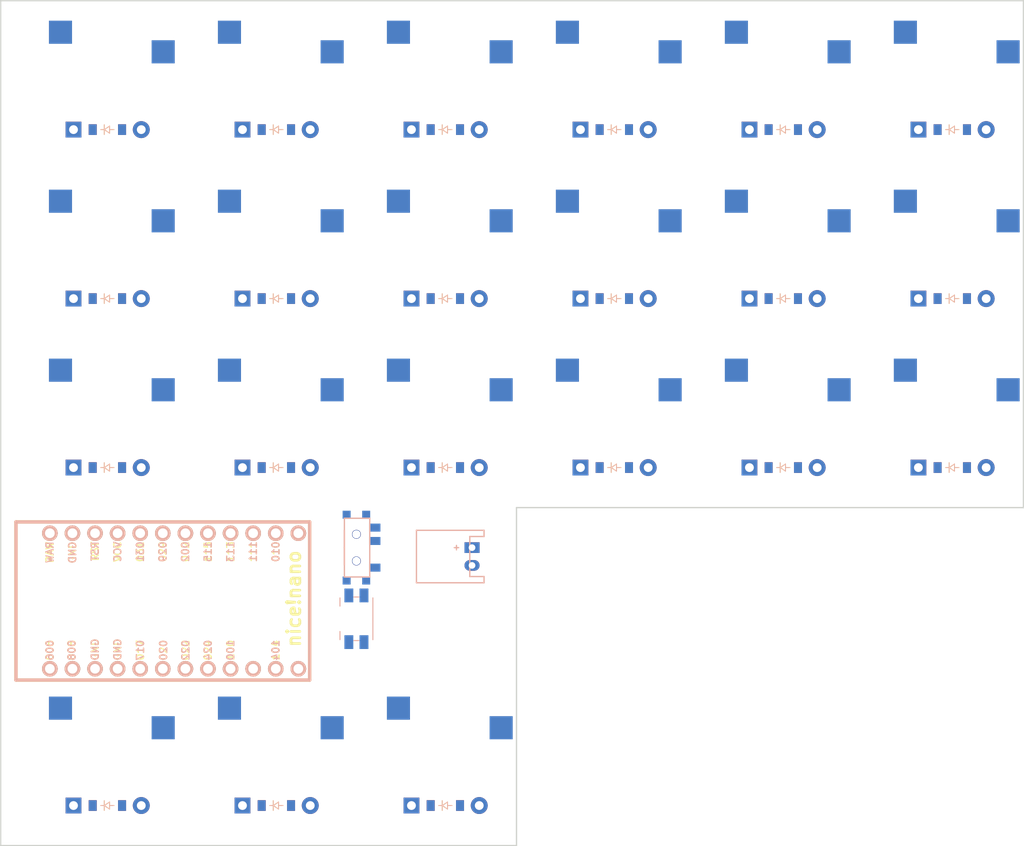
<source format=kicad_pcb>


(kicad_pcb (version 20171130) (host pcbnew 5.1.6)

  (page A3)
  (title_block
    (title "right")
    (rev "v1.0.0")
    (company "Unknown")
  )

  (general
    (thickness 1.6)
  )

  (layers
    (0 F.Cu signal)
    (31 B.Cu signal)
    (32 B.Adhes user)
    (33 F.Adhes user)
    (34 B.Paste user)
    (35 F.Paste user)
    (36 B.SilkS user)
    (37 F.SilkS user)
    (38 B.Mask user)
    (39 F.Mask user)
    (40 Dwgs.User user)
    (41 Cmts.User user)
    (42 Eco1.User user)
    (43 Eco2.User user)
    (44 Edge.Cuts user)
    (45 Margin user)
    (46 B.CrtYd user)
    (47 F.CrtYd user)
    (48 B.Fab user)
    (49 F.Fab user)
  )

  (setup
    (last_trace_width 0.25)
    (trace_clearance 0.2)
    (zone_clearance 0.508)
    (zone_45_only no)
    (trace_min 0.2)
    (via_size 0.8)
    (via_drill 0.4)
    (via_min_size 0.4)
    (via_min_drill 0.3)
    (uvia_size 0.3)
    (uvia_drill 0.1)
    (uvias_allowed no)
    (uvia_min_size 0.2)
    (uvia_min_drill 0.1)
    (edge_width 0.05)
    (segment_width 0.2)
    (pcb_text_width 0.3)
    (pcb_text_size 1.5 1.5)
    (mod_edge_width 0.12)
    (mod_text_size 1 1)
    (mod_text_width 0.15)
    (pad_size 1.524 1.524)
    (pad_drill 0.762)
    (pad_to_mask_clearance 0.05)
    (aux_axis_origin 0 0)
    (visible_elements FFFFFF7F)
    (pcbplotparams
      (layerselection 0x010fc_ffffffff)
      (usegerberextensions false)
      (usegerberattributes true)
      (usegerberadvancedattributes true)
      (creategerberjobfile true)
      (excludeedgelayer true)
      (linewidth 0.100000)
      (plotframeref false)
      (viasonmask false)
      (mode 1)
      (useauxorigin false)
      (hpglpennumber 1)
      (hpglpenspeed 20)
      (hpglpendiameter 15.000000)
      (psnegative false)
      (psa4output false)
      (plotreference true)
      (plotvalue true)
      (plotinvisibletext false)
      (padsonsilk false)
      (subtractmaskfromsilk false)
      (outputformat 1)
      (mirror false)
      (drillshape 1)
      (scaleselection 1)
      (outputdirectory ""))
  )

  (net 0 "")
(net 1 "P022")
(net 2 "inner_thumb")
(net 3 "inner_bottom")
(net 4 "inner_home")
(net 5 "inner_top")
(net 6 "P020")
(net 7 "index_thumb")
(net 8 "index_bottom")
(net 9 "index_home")
(net 10 "index_top")
(net 11 "P017")
(net 12 "middle_thumb")
(net 13 "middle_bottom")
(net 14 "middle_home")
(net 15 "middle_top")
(net 16 "P113")
(net 17 "ring_bottom")
(net 18 "ring_home")
(net 19 "ring_top")
(net 20 "P111")
(net 21 "pinky_bottom")
(net 22 "pinky_home")
(net 23 "pinky_top")
(net 24 "P115")
(net 25 "outer_bottom")
(net 26 "outer_home")
(net 27 "outer_top")
(net 28 "P010")
(net 29 "P011")
(net 30 "P100")
(net 31 "P024")
(net 32 "RAW")
(net 33 "GND")
(net 34 "RST")
(net 35 "VCC")
(net 36 "P031")
(net 37 "P029")
(net 38 "P002")
(net 39 "P009")
(net 40 "P006")
(net 41 "P008")
(net 42 "P104")
(net 43 "P106")
(net 44 "pos")

  (net_class Default "This is the default net class."
    (clearance 0.2)
    (trace_width 0.25)
    (via_dia 0.8)
    (via_drill 0.4)
    (uvia_dia 0.3)
    (uvia_drill 0.1)
    (add_net "")
(add_net "P022")
(add_net "inner_thumb")
(add_net "inner_bottom")
(add_net "inner_home")
(add_net "inner_top")
(add_net "P020")
(add_net "index_thumb")
(add_net "index_bottom")
(add_net "index_home")
(add_net "index_top")
(add_net "P017")
(add_net "middle_thumb")
(add_net "middle_bottom")
(add_net "middle_home")
(add_net "middle_top")
(add_net "P113")
(add_net "ring_bottom")
(add_net "ring_home")
(add_net "ring_top")
(add_net "P111")
(add_net "pinky_bottom")
(add_net "pinky_home")
(add_net "pinky_top")
(add_net "P115")
(add_net "outer_bottom")
(add_net "outer_home")
(add_net "outer_top")
(add_net "P010")
(add_net "P011")
(add_net "P100")
(add_net "P024")
(add_net "RAW")
(add_net "GND")
(add_net "RST")
(add_net "VCC")
(add_net "P031")
(add_net "P029")
(add_net "P002")
(add_net "P009")
(add_net "P006")
(add_net "P008")
(add_net "P104")
(add_net "P106")
(add_net "pos")
  )

  
        
      (module PG1350 (layer F.Cu) (tedit 5DD50112)
      (at 100 150 0)

      
      (fp_text reference "S1" (at 0 0) (layer F.SilkS) hide (effects (font (size 1.27 1.27) (thickness 0.15))))
      (fp_text value "" (at 0 0) (layer F.SilkS) hide (effects (font (size 1.27 1.27) (thickness 0.15))))

      
      (fp_line (start -7 -6) (end -7 -7) (layer Dwgs.User) (width 0.15))
      (fp_line (start -7 7) (end -6 7) (layer Dwgs.User) (width 0.15))
      (fp_line (start -6 -7) (end -7 -7) (layer Dwgs.User) (width 0.15))
      (fp_line (start -7 7) (end -7 6) (layer Dwgs.User) (width 0.15))
      (fp_line (start 7 6) (end 7 7) (layer Dwgs.User) (width 0.15))
      (fp_line (start 7 -7) (end 6 -7) (layer Dwgs.User) (width 0.15))
      (fp_line (start 6 7) (end 7 7) (layer Dwgs.User) (width 0.15))
      (fp_line (start 7 -7) (end 7 -6) (layer Dwgs.User) (width 0.15))      
      
      
      (pad "" np_thru_hole circle (at 0 0) (size 3.429 3.429) (drill 3.429) (layers *.Cu *.Mask))
        
      
      (pad "" np_thru_hole circle (at 5.5 0) (size 1.7018 1.7018) (drill 1.7018) (layers *.Cu *.Mask))
      (pad "" np_thru_hole circle (at -5.5 0) (size 1.7018 1.7018) (drill 1.7018) (layers *.Cu *.Mask))
      
        
      
      (fp_line (start -9 -8.5) (end 9 -8.5) (layer Dwgs.User) (width 0.15))
      (fp_line (start 9 -8.5) (end 9 8.5) (layer Dwgs.User) (width 0.15))
      (fp_line (start 9 8.5) (end -9 8.5) (layer Dwgs.User) (width 0.15))
      (fp_line (start -9 8.5) (end -9 -8.5) (layer Dwgs.User) (width 0.15))
      
        
          
          (pad "" np_thru_hole circle (at 5 -3.75) (size 3 3) (drill 3) (layers *.Cu *.Mask))
          (pad "" np_thru_hole circle (at 0 -5.95) (size 3 3) (drill 3) (layers *.Cu *.Mask))
      
          
          (pad 1 smd rect (at -3.275 -5.95 0) (size 2.6 2.6) (layers B.Cu B.Paste B.Mask)  (net 1 "P022"))
          (pad 2 smd rect (at 8.275 -3.75 0) (size 2.6 2.6) (layers B.Cu B.Paste B.Mask)  (net 2 "inner_thumb"))
        )
        

        
      (module PG1350 (layer F.Cu) (tedit 5DD50112)
      (at 100 112 0)

      
      (fp_text reference "S2" (at 0 0) (layer F.SilkS) hide (effects (font (size 1.27 1.27) (thickness 0.15))))
      (fp_text value "" (at 0 0) (layer F.SilkS) hide (effects (font (size 1.27 1.27) (thickness 0.15))))

      
      (fp_line (start -7 -6) (end -7 -7) (layer Dwgs.User) (width 0.15))
      (fp_line (start -7 7) (end -6 7) (layer Dwgs.User) (width 0.15))
      (fp_line (start -6 -7) (end -7 -7) (layer Dwgs.User) (width 0.15))
      (fp_line (start -7 7) (end -7 6) (layer Dwgs.User) (width 0.15))
      (fp_line (start 7 6) (end 7 7) (layer Dwgs.User) (width 0.15))
      (fp_line (start 7 -7) (end 6 -7) (layer Dwgs.User) (width 0.15))
      (fp_line (start 6 7) (end 7 7) (layer Dwgs.User) (width 0.15))
      (fp_line (start 7 -7) (end 7 -6) (layer Dwgs.User) (width 0.15))      
      
      
      (pad "" np_thru_hole circle (at 0 0) (size 3.429 3.429) (drill 3.429) (layers *.Cu *.Mask))
        
      
      (pad "" np_thru_hole circle (at 5.5 0) (size 1.7018 1.7018) (drill 1.7018) (layers *.Cu *.Mask))
      (pad "" np_thru_hole circle (at -5.5 0) (size 1.7018 1.7018) (drill 1.7018) (layers *.Cu *.Mask))
      
        
      
      (fp_line (start -9 -8.5) (end 9 -8.5) (layer Dwgs.User) (width 0.15))
      (fp_line (start 9 -8.5) (end 9 8.5) (layer Dwgs.User) (width 0.15))
      (fp_line (start 9 8.5) (end -9 8.5) (layer Dwgs.User) (width 0.15))
      (fp_line (start -9 8.5) (end -9 -8.5) (layer Dwgs.User) (width 0.15))
      
        
          
          (pad "" np_thru_hole circle (at 5 -3.75) (size 3 3) (drill 3) (layers *.Cu *.Mask))
          (pad "" np_thru_hole circle (at 0 -5.95) (size 3 3) (drill 3) (layers *.Cu *.Mask))
      
          
          (pad 1 smd rect (at -3.275 -5.95 0) (size 2.6 2.6) (layers B.Cu B.Paste B.Mask)  (net 1 "P022"))
          (pad 2 smd rect (at 8.275 -3.75 0) (size 2.6 2.6) (layers B.Cu B.Paste B.Mask)  (net 3 "inner_bottom"))
        )
        

        
      (module PG1350 (layer F.Cu) (tedit 5DD50112)
      (at 100 93 0)

      
      (fp_text reference "S3" (at 0 0) (layer F.SilkS) hide (effects (font (size 1.27 1.27) (thickness 0.15))))
      (fp_text value "" (at 0 0) (layer F.SilkS) hide (effects (font (size 1.27 1.27) (thickness 0.15))))

      
      (fp_line (start -7 -6) (end -7 -7) (layer Dwgs.User) (width 0.15))
      (fp_line (start -7 7) (end -6 7) (layer Dwgs.User) (width 0.15))
      (fp_line (start -6 -7) (end -7 -7) (layer Dwgs.User) (width 0.15))
      (fp_line (start -7 7) (end -7 6) (layer Dwgs.User) (width 0.15))
      (fp_line (start 7 6) (end 7 7) (layer Dwgs.User) (width 0.15))
      (fp_line (start 7 -7) (end 6 -7) (layer Dwgs.User) (width 0.15))
      (fp_line (start 6 7) (end 7 7) (layer Dwgs.User) (width 0.15))
      (fp_line (start 7 -7) (end 7 -6) (layer Dwgs.User) (width 0.15))      
      
      
      (pad "" np_thru_hole circle (at 0 0) (size 3.429 3.429) (drill 3.429) (layers *.Cu *.Mask))
        
      
      (pad "" np_thru_hole circle (at 5.5 0) (size 1.7018 1.7018) (drill 1.7018) (layers *.Cu *.Mask))
      (pad "" np_thru_hole circle (at -5.5 0) (size 1.7018 1.7018) (drill 1.7018) (layers *.Cu *.Mask))
      
        
      
      (fp_line (start -9 -8.5) (end 9 -8.5) (layer Dwgs.User) (width 0.15))
      (fp_line (start 9 -8.5) (end 9 8.5) (layer Dwgs.User) (width 0.15))
      (fp_line (start 9 8.5) (end -9 8.5) (layer Dwgs.User) (width 0.15))
      (fp_line (start -9 8.5) (end -9 -8.5) (layer Dwgs.User) (width 0.15))
      
        
          
          (pad "" np_thru_hole circle (at 5 -3.75) (size 3 3) (drill 3) (layers *.Cu *.Mask))
          (pad "" np_thru_hole circle (at 0 -5.95) (size 3 3) (drill 3) (layers *.Cu *.Mask))
      
          
          (pad 1 smd rect (at -3.275 -5.95 0) (size 2.6 2.6) (layers B.Cu B.Paste B.Mask)  (net 1 "P022"))
          (pad 2 smd rect (at 8.275 -3.75 0) (size 2.6 2.6) (layers B.Cu B.Paste B.Mask)  (net 4 "inner_home"))
        )
        

        
      (module PG1350 (layer F.Cu) (tedit 5DD50112)
      (at 100 74 0)

      
      (fp_text reference "S4" (at 0 0) (layer F.SilkS) hide (effects (font (size 1.27 1.27) (thickness 0.15))))
      (fp_text value "" (at 0 0) (layer F.SilkS) hide (effects (font (size 1.27 1.27) (thickness 0.15))))

      
      (fp_line (start -7 -6) (end -7 -7) (layer Dwgs.User) (width 0.15))
      (fp_line (start -7 7) (end -6 7) (layer Dwgs.User) (width 0.15))
      (fp_line (start -6 -7) (end -7 -7) (layer Dwgs.User) (width 0.15))
      (fp_line (start -7 7) (end -7 6) (layer Dwgs.User) (width 0.15))
      (fp_line (start 7 6) (end 7 7) (layer Dwgs.User) (width 0.15))
      (fp_line (start 7 -7) (end 6 -7) (layer Dwgs.User) (width 0.15))
      (fp_line (start 6 7) (end 7 7) (layer Dwgs.User) (width 0.15))
      (fp_line (start 7 -7) (end 7 -6) (layer Dwgs.User) (width 0.15))      
      
      
      (pad "" np_thru_hole circle (at 0 0) (size 3.429 3.429) (drill 3.429) (layers *.Cu *.Mask))
        
      
      (pad "" np_thru_hole circle (at 5.5 0) (size 1.7018 1.7018) (drill 1.7018) (layers *.Cu *.Mask))
      (pad "" np_thru_hole circle (at -5.5 0) (size 1.7018 1.7018) (drill 1.7018) (layers *.Cu *.Mask))
      
        
      
      (fp_line (start -9 -8.5) (end 9 -8.5) (layer Dwgs.User) (width 0.15))
      (fp_line (start 9 -8.5) (end 9 8.5) (layer Dwgs.User) (width 0.15))
      (fp_line (start 9 8.5) (end -9 8.5) (layer Dwgs.User) (width 0.15))
      (fp_line (start -9 8.5) (end -9 -8.5) (layer Dwgs.User) (width 0.15))
      
        
          
          (pad "" np_thru_hole circle (at 5 -3.75) (size 3 3) (drill 3) (layers *.Cu *.Mask))
          (pad "" np_thru_hole circle (at 0 -5.95) (size 3 3) (drill 3) (layers *.Cu *.Mask))
      
          
          (pad 1 smd rect (at -3.275 -5.95 0) (size 2.6 2.6) (layers B.Cu B.Paste B.Mask)  (net 1 "P022"))
          (pad 2 smd rect (at 8.275 -3.75 0) (size 2.6 2.6) (layers B.Cu B.Paste B.Mask)  (net 5 "inner_top"))
        )
        

        
      (module PG1350 (layer F.Cu) (tedit 5DD50112)
      (at 119 150 0)

      
      (fp_text reference "S5" (at 0 0) (layer F.SilkS) hide (effects (font (size 1.27 1.27) (thickness 0.15))))
      (fp_text value "" (at 0 0) (layer F.SilkS) hide (effects (font (size 1.27 1.27) (thickness 0.15))))

      
      (fp_line (start -7 -6) (end -7 -7) (layer Dwgs.User) (width 0.15))
      (fp_line (start -7 7) (end -6 7) (layer Dwgs.User) (width 0.15))
      (fp_line (start -6 -7) (end -7 -7) (layer Dwgs.User) (width 0.15))
      (fp_line (start -7 7) (end -7 6) (layer Dwgs.User) (width 0.15))
      (fp_line (start 7 6) (end 7 7) (layer Dwgs.User) (width 0.15))
      (fp_line (start 7 -7) (end 6 -7) (layer Dwgs.User) (width 0.15))
      (fp_line (start 6 7) (end 7 7) (layer Dwgs.User) (width 0.15))
      (fp_line (start 7 -7) (end 7 -6) (layer Dwgs.User) (width 0.15))      
      
      
      (pad "" np_thru_hole circle (at 0 0) (size 3.429 3.429) (drill 3.429) (layers *.Cu *.Mask))
        
      
      (pad "" np_thru_hole circle (at 5.5 0) (size 1.7018 1.7018) (drill 1.7018) (layers *.Cu *.Mask))
      (pad "" np_thru_hole circle (at -5.5 0) (size 1.7018 1.7018) (drill 1.7018) (layers *.Cu *.Mask))
      
        
      
      (fp_line (start -9 -8.5) (end 9 -8.5) (layer Dwgs.User) (width 0.15))
      (fp_line (start 9 -8.5) (end 9 8.5) (layer Dwgs.User) (width 0.15))
      (fp_line (start 9 8.5) (end -9 8.5) (layer Dwgs.User) (width 0.15))
      (fp_line (start -9 8.5) (end -9 -8.5) (layer Dwgs.User) (width 0.15))
      
        
          
          (pad "" np_thru_hole circle (at 5 -3.75) (size 3 3) (drill 3) (layers *.Cu *.Mask))
          (pad "" np_thru_hole circle (at 0 -5.95) (size 3 3) (drill 3) (layers *.Cu *.Mask))
      
          
          (pad 1 smd rect (at -3.275 -5.95 0) (size 2.6 2.6) (layers B.Cu B.Paste B.Mask)  (net 6 "P020"))
          (pad 2 smd rect (at 8.275 -3.75 0) (size 2.6 2.6) (layers B.Cu B.Paste B.Mask)  (net 7 "index_thumb"))
        )
        

        
      (module PG1350 (layer F.Cu) (tedit 5DD50112)
      (at 119 112 0)

      
      (fp_text reference "S6" (at 0 0) (layer F.SilkS) hide (effects (font (size 1.27 1.27) (thickness 0.15))))
      (fp_text value "" (at 0 0) (layer F.SilkS) hide (effects (font (size 1.27 1.27) (thickness 0.15))))

      
      (fp_line (start -7 -6) (end -7 -7) (layer Dwgs.User) (width 0.15))
      (fp_line (start -7 7) (end -6 7) (layer Dwgs.User) (width 0.15))
      (fp_line (start -6 -7) (end -7 -7) (layer Dwgs.User) (width 0.15))
      (fp_line (start -7 7) (end -7 6) (layer Dwgs.User) (width 0.15))
      (fp_line (start 7 6) (end 7 7) (layer Dwgs.User) (width 0.15))
      (fp_line (start 7 -7) (end 6 -7) (layer Dwgs.User) (width 0.15))
      (fp_line (start 6 7) (end 7 7) (layer Dwgs.User) (width 0.15))
      (fp_line (start 7 -7) (end 7 -6) (layer Dwgs.User) (width 0.15))      
      
      
      (pad "" np_thru_hole circle (at 0 0) (size 3.429 3.429) (drill 3.429) (layers *.Cu *.Mask))
        
      
      (pad "" np_thru_hole circle (at 5.5 0) (size 1.7018 1.7018) (drill 1.7018) (layers *.Cu *.Mask))
      (pad "" np_thru_hole circle (at -5.5 0) (size 1.7018 1.7018) (drill 1.7018) (layers *.Cu *.Mask))
      
        
      
      (fp_line (start -9 -8.5) (end 9 -8.5) (layer Dwgs.User) (width 0.15))
      (fp_line (start 9 -8.5) (end 9 8.5) (layer Dwgs.User) (width 0.15))
      (fp_line (start 9 8.5) (end -9 8.5) (layer Dwgs.User) (width 0.15))
      (fp_line (start -9 8.5) (end -9 -8.5) (layer Dwgs.User) (width 0.15))
      
        
          
          (pad "" np_thru_hole circle (at 5 -3.75) (size 3 3) (drill 3) (layers *.Cu *.Mask))
          (pad "" np_thru_hole circle (at 0 -5.95) (size 3 3) (drill 3) (layers *.Cu *.Mask))
      
          
          (pad 1 smd rect (at -3.275 -5.95 0) (size 2.6 2.6) (layers B.Cu B.Paste B.Mask)  (net 6 "P020"))
          (pad 2 smd rect (at 8.275 -3.75 0) (size 2.6 2.6) (layers B.Cu B.Paste B.Mask)  (net 8 "index_bottom"))
        )
        

        
      (module PG1350 (layer F.Cu) (tedit 5DD50112)
      (at 119 93 0)

      
      (fp_text reference "S7" (at 0 0) (layer F.SilkS) hide (effects (font (size 1.27 1.27) (thickness 0.15))))
      (fp_text value "" (at 0 0) (layer F.SilkS) hide (effects (font (size 1.27 1.27) (thickness 0.15))))

      
      (fp_line (start -7 -6) (end -7 -7) (layer Dwgs.User) (width 0.15))
      (fp_line (start -7 7) (end -6 7) (layer Dwgs.User) (width 0.15))
      (fp_line (start -6 -7) (end -7 -7) (layer Dwgs.User) (width 0.15))
      (fp_line (start -7 7) (end -7 6) (layer Dwgs.User) (width 0.15))
      (fp_line (start 7 6) (end 7 7) (layer Dwgs.User) (width 0.15))
      (fp_line (start 7 -7) (end 6 -7) (layer Dwgs.User) (width 0.15))
      (fp_line (start 6 7) (end 7 7) (layer Dwgs.User) (width 0.15))
      (fp_line (start 7 -7) (end 7 -6) (layer Dwgs.User) (width 0.15))      
      
      
      (pad "" np_thru_hole circle (at 0 0) (size 3.429 3.429) (drill 3.429) (layers *.Cu *.Mask))
        
      
      (pad "" np_thru_hole circle (at 5.5 0) (size 1.7018 1.7018) (drill 1.7018) (layers *.Cu *.Mask))
      (pad "" np_thru_hole circle (at -5.5 0) (size 1.7018 1.7018) (drill 1.7018) (layers *.Cu *.Mask))
      
        
      
      (fp_line (start -9 -8.5) (end 9 -8.5) (layer Dwgs.User) (width 0.15))
      (fp_line (start 9 -8.5) (end 9 8.5) (layer Dwgs.User) (width 0.15))
      (fp_line (start 9 8.5) (end -9 8.5) (layer Dwgs.User) (width 0.15))
      (fp_line (start -9 8.5) (end -9 -8.5) (layer Dwgs.User) (width 0.15))
      
        
          
          (pad "" np_thru_hole circle (at 5 -3.75) (size 3 3) (drill 3) (layers *.Cu *.Mask))
          (pad "" np_thru_hole circle (at 0 -5.95) (size 3 3) (drill 3) (layers *.Cu *.Mask))
      
          
          (pad 1 smd rect (at -3.275 -5.95 0) (size 2.6 2.6) (layers B.Cu B.Paste B.Mask)  (net 6 "P020"))
          (pad 2 smd rect (at 8.275 -3.75 0) (size 2.6 2.6) (layers B.Cu B.Paste B.Mask)  (net 9 "index_home"))
        )
        

        
      (module PG1350 (layer F.Cu) (tedit 5DD50112)
      (at 119 74 0)

      
      (fp_text reference "S8" (at 0 0) (layer F.SilkS) hide (effects (font (size 1.27 1.27) (thickness 0.15))))
      (fp_text value "" (at 0 0) (layer F.SilkS) hide (effects (font (size 1.27 1.27) (thickness 0.15))))

      
      (fp_line (start -7 -6) (end -7 -7) (layer Dwgs.User) (width 0.15))
      (fp_line (start -7 7) (end -6 7) (layer Dwgs.User) (width 0.15))
      (fp_line (start -6 -7) (end -7 -7) (layer Dwgs.User) (width 0.15))
      (fp_line (start -7 7) (end -7 6) (layer Dwgs.User) (width 0.15))
      (fp_line (start 7 6) (end 7 7) (layer Dwgs.User) (width 0.15))
      (fp_line (start 7 -7) (end 6 -7) (layer Dwgs.User) (width 0.15))
      (fp_line (start 6 7) (end 7 7) (layer Dwgs.User) (width 0.15))
      (fp_line (start 7 -7) (end 7 -6) (layer Dwgs.User) (width 0.15))      
      
      
      (pad "" np_thru_hole circle (at 0 0) (size 3.429 3.429) (drill 3.429) (layers *.Cu *.Mask))
        
      
      (pad "" np_thru_hole circle (at 5.5 0) (size 1.7018 1.7018) (drill 1.7018) (layers *.Cu *.Mask))
      (pad "" np_thru_hole circle (at -5.5 0) (size 1.7018 1.7018) (drill 1.7018) (layers *.Cu *.Mask))
      
        
      
      (fp_line (start -9 -8.5) (end 9 -8.5) (layer Dwgs.User) (width 0.15))
      (fp_line (start 9 -8.5) (end 9 8.5) (layer Dwgs.User) (width 0.15))
      (fp_line (start 9 8.5) (end -9 8.5) (layer Dwgs.User) (width 0.15))
      (fp_line (start -9 8.5) (end -9 -8.5) (layer Dwgs.User) (width 0.15))
      
        
          
          (pad "" np_thru_hole circle (at 5 -3.75) (size 3 3) (drill 3) (layers *.Cu *.Mask))
          (pad "" np_thru_hole circle (at 0 -5.95) (size 3 3) (drill 3) (layers *.Cu *.Mask))
      
          
          (pad 1 smd rect (at -3.275 -5.95 0) (size 2.6 2.6) (layers B.Cu B.Paste B.Mask)  (net 6 "P020"))
          (pad 2 smd rect (at 8.275 -3.75 0) (size 2.6 2.6) (layers B.Cu B.Paste B.Mask)  (net 10 "index_top"))
        )
        

        
      (module PG1350 (layer F.Cu) (tedit 5DD50112)
      (at 138 150 0)

      
      (fp_text reference "S9" (at 0 0) (layer F.SilkS) hide (effects (font (size 1.27 1.27) (thickness 0.15))))
      (fp_text value "" (at 0 0) (layer F.SilkS) hide (effects (font (size 1.27 1.27) (thickness 0.15))))

      
      (fp_line (start -7 -6) (end -7 -7) (layer Dwgs.User) (width 0.15))
      (fp_line (start -7 7) (end -6 7) (layer Dwgs.User) (width 0.15))
      (fp_line (start -6 -7) (end -7 -7) (layer Dwgs.User) (width 0.15))
      (fp_line (start -7 7) (end -7 6) (layer Dwgs.User) (width 0.15))
      (fp_line (start 7 6) (end 7 7) (layer Dwgs.User) (width 0.15))
      (fp_line (start 7 -7) (end 6 -7) (layer Dwgs.User) (width 0.15))
      (fp_line (start 6 7) (end 7 7) (layer Dwgs.User) (width 0.15))
      (fp_line (start 7 -7) (end 7 -6) (layer Dwgs.User) (width 0.15))      
      
      
      (pad "" np_thru_hole circle (at 0 0) (size 3.429 3.429) (drill 3.429) (layers *.Cu *.Mask))
        
      
      (pad "" np_thru_hole circle (at 5.5 0) (size 1.7018 1.7018) (drill 1.7018) (layers *.Cu *.Mask))
      (pad "" np_thru_hole circle (at -5.5 0) (size 1.7018 1.7018) (drill 1.7018) (layers *.Cu *.Mask))
      
        
      
      (fp_line (start -9 -8.5) (end 9 -8.5) (layer Dwgs.User) (width 0.15))
      (fp_line (start 9 -8.5) (end 9 8.5) (layer Dwgs.User) (width 0.15))
      (fp_line (start 9 8.5) (end -9 8.5) (layer Dwgs.User) (width 0.15))
      (fp_line (start -9 8.5) (end -9 -8.5) (layer Dwgs.User) (width 0.15))
      
        
          
          (pad "" np_thru_hole circle (at 5 -3.75) (size 3 3) (drill 3) (layers *.Cu *.Mask))
          (pad "" np_thru_hole circle (at 0 -5.95) (size 3 3) (drill 3) (layers *.Cu *.Mask))
      
          
          (pad 1 smd rect (at -3.275 -5.95 0) (size 2.6 2.6) (layers B.Cu B.Paste B.Mask)  (net 11 "P017"))
          (pad 2 smd rect (at 8.275 -3.75 0) (size 2.6 2.6) (layers B.Cu B.Paste B.Mask)  (net 12 "middle_thumb"))
        )
        

        
      (module PG1350 (layer F.Cu) (tedit 5DD50112)
      (at 138 112 0)

      
      (fp_text reference "S10" (at 0 0) (layer F.SilkS) hide (effects (font (size 1.27 1.27) (thickness 0.15))))
      (fp_text value "" (at 0 0) (layer F.SilkS) hide (effects (font (size 1.27 1.27) (thickness 0.15))))

      
      (fp_line (start -7 -6) (end -7 -7) (layer Dwgs.User) (width 0.15))
      (fp_line (start -7 7) (end -6 7) (layer Dwgs.User) (width 0.15))
      (fp_line (start -6 -7) (end -7 -7) (layer Dwgs.User) (width 0.15))
      (fp_line (start -7 7) (end -7 6) (layer Dwgs.User) (width 0.15))
      (fp_line (start 7 6) (end 7 7) (layer Dwgs.User) (width 0.15))
      (fp_line (start 7 -7) (end 6 -7) (layer Dwgs.User) (width 0.15))
      (fp_line (start 6 7) (end 7 7) (layer Dwgs.User) (width 0.15))
      (fp_line (start 7 -7) (end 7 -6) (layer Dwgs.User) (width 0.15))      
      
      
      (pad "" np_thru_hole circle (at 0 0) (size 3.429 3.429) (drill 3.429) (layers *.Cu *.Mask))
        
      
      (pad "" np_thru_hole circle (at 5.5 0) (size 1.7018 1.7018) (drill 1.7018) (layers *.Cu *.Mask))
      (pad "" np_thru_hole circle (at -5.5 0) (size 1.7018 1.7018) (drill 1.7018) (layers *.Cu *.Mask))
      
        
      
      (fp_line (start -9 -8.5) (end 9 -8.5) (layer Dwgs.User) (width 0.15))
      (fp_line (start 9 -8.5) (end 9 8.5) (layer Dwgs.User) (width 0.15))
      (fp_line (start 9 8.5) (end -9 8.5) (layer Dwgs.User) (width 0.15))
      (fp_line (start -9 8.5) (end -9 -8.5) (layer Dwgs.User) (width 0.15))
      
        
          
          (pad "" np_thru_hole circle (at 5 -3.75) (size 3 3) (drill 3) (layers *.Cu *.Mask))
          (pad "" np_thru_hole circle (at 0 -5.95) (size 3 3) (drill 3) (layers *.Cu *.Mask))
      
          
          (pad 1 smd rect (at -3.275 -5.95 0) (size 2.6 2.6) (layers B.Cu B.Paste B.Mask)  (net 11 "P017"))
          (pad 2 smd rect (at 8.275 -3.75 0) (size 2.6 2.6) (layers B.Cu B.Paste B.Mask)  (net 13 "middle_bottom"))
        )
        

        
      (module PG1350 (layer F.Cu) (tedit 5DD50112)
      (at 138 93 0)

      
      (fp_text reference "S11" (at 0 0) (layer F.SilkS) hide (effects (font (size 1.27 1.27) (thickness 0.15))))
      (fp_text value "" (at 0 0) (layer F.SilkS) hide (effects (font (size 1.27 1.27) (thickness 0.15))))

      
      (fp_line (start -7 -6) (end -7 -7) (layer Dwgs.User) (width 0.15))
      (fp_line (start -7 7) (end -6 7) (layer Dwgs.User) (width 0.15))
      (fp_line (start -6 -7) (end -7 -7) (layer Dwgs.User) (width 0.15))
      (fp_line (start -7 7) (end -7 6) (layer Dwgs.User) (width 0.15))
      (fp_line (start 7 6) (end 7 7) (layer Dwgs.User) (width 0.15))
      (fp_line (start 7 -7) (end 6 -7) (layer Dwgs.User) (width 0.15))
      (fp_line (start 6 7) (end 7 7) (layer Dwgs.User) (width 0.15))
      (fp_line (start 7 -7) (end 7 -6) (layer Dwgs.User) (width 0.15))      
      
      
      (pad "" np_thru_hole circle (at 0 0) (size 3.429 3.429) (drill 3.429) (layers *.Cu *.Mask))
        
      
      (pad "" np_thru_hole circle (at 5.5 0) (size 1.7018 1.7018) (drill 1.7018) (layers *.Cu *.Mask))
      (pad "" np_thru_hole circle (at -5.5 0) (size 1.7018 1.7018) (drill 1.7018) (layers *.Cu *.Mask))
      
        
      
      (fp_line (start -9 -8.5) (end 9 -8.5) (layer Dwgs.User) (width 0.15))
      (fp_line (start 9 -8.5) (end 9 8.5) (layer Dwgs.User) (width 0.15))
      (fp_line (start 9 8.5) (end -9 8.5) (layer Dwgs.User) (width 0.15))
      (fp_line (start -9 8.5) (end -9 -8.5) (layer Dwgs.User) (width 0.15))
      
        
          
          (pad "" np_thru_hole circle (at 5 -3.75) (size 3 3) (drill 3) (layers *.Cu *.Mask))
          (pad "" np_thru_hole circle (at 0 -5.95) (size 3 3) (drill 3) (layers *.Cu *.Mask))
      
          
          (pad 1 smd rect (at -3.275 -5.95 0) (size 2.6 2.6) (layers B.Cu B.Paste B.Mask)  (net 11 "P017"))
          (pad 2 smd rect (at 8.275 -3.75 0) (size 2.6 2.6) (layers B.Cu B.Paste B.Mask)  (net 14 "middle_home"))
        )
        

        
      (module PG1350 (layer F.Cu) (tedit 5DD50112)
      (at 138 74 0)

      
      (fp_text reference "S12" (at 0 0) (layer F.SilkS) hide (effects (font (size 1.27 1.27) (thickness 0.15))))
      (fp_text value "" (at 0 0) (layer F.SilkS) hide (effects (font (size 1.27 1.27) (thickness 0.15))))

      
      (fp_line (start -7 -6) (end -7 -7) (layer Dwgs.User) (width 0.15))
      (fp_line (start -7 7) (end -6 7) (layer Dwgs.User) (width 0.15))
      (fp_line (start -6 -7) (end -7 -7) (layer Dwgs.User) (width 0.15))
      (fp_line (start -7 7) (end -7 6) (layer Dwgs.User) (width 0.15))
      (fp_line (start 7 6) (end 7 7) (layer Dwgs.User) (width 0.15))
      (fp_line (start 7 -7) (end 6 -7) (layer Dwgs.User) (width 0.15))
      (fp_line (start 6 7) (end 7 7) (layer Dwgs.User) (width 0.15))
      (fp_line (start 7 -7) (end 7 -6) (layer Dwgs.User) (width 0.15))      
      
      
      (pad "" np_thru_hole circle (at 0 0) (size 3.429 3.429) (drill 3.429) (layers *.Cu *.Mask))
        
      
      (pad "" np_thru_hole circle (at 5.5 0) (size 1.7018 1.7018) (drill 1.7018) (layers *.Cu *.Mask))
      (pad "" np_thru_hole circle (at -5.5 0) (size 1.7018 1.7018) (drill 1.7018) (layers *.Cu *.Mask))
      
        
      
      (fp_line (start -9 -8.5) (end 9 -8.5) (layer Dwgs.User) (width 0.15))
      (fp_line (start 9 -8.5) (end 9 8.5) (layer Dwgs.User) (width 0.15))
      (fp_line (start 9 8.5) (end -9 8.5) (layer Dwgs.User) (width 0.15))
      (fp_line (start -9 8.5) (end -9 -8.5) (layer Dwgs.User) (width 0.15))
      
        
          
          (pad "" np_thru_hole circle (at 5 -3.75) (size 3 3) (drill 3) (layers *.Cu *.Mask))
          (pad "" np_thru_hole circle (at 0 -5.95) (size 3 3) (drill 3) (layers *.Cu *.Mask))
      
          
          (pad 1 smd rect (at -3.275 -5.95 0) (size 2.6 2.6) (layers B.Cu B.Paste B.Mask)  (net 11 "P017"))
          (pad 2 smd rect (at 8.275 -3.75 0) (size 2.6 2.6) (layers B.Cu B.Paste B.Mask)  (net 15 "middle_top"))
        )
        

        
      (module PG1350 (layer F.Cu) (tedit 5DD50112)
      (at 157 112 0)

      
      (fp_text reference "S13" (at 0 0) (layer F.SilkS) hide (effects (font (size 1.27 1.27) (thickness 0.15))))
      (fp_text value "" (at 0 0) (layer F.SilkS) hide (effects (font (size 1.27 1.27) (thickness 0.15))))

      
      (fp_line (start -7 -6) (end -7 -7) (layer Dwgs.User) (width 0.15))
      (fp_line (start -7 7) (end -6 7) (layer Dwgs.User) (width 0.15))
      (fp_line (start -6 -7) (end -7 -7) (layer Dwgs.User) (width 0.15))
      (fp_line (start -7 7) (end -7 6) (layer Dwgs.User) (width 0.15))
      (fp_line (start 7 6) (end 7 7) (layer Dwgs.User) (width 0.15))
      (fp_line (start 7 -7) (end 6 -7) (layer Dwgs.User) (width 0.15))
      (fp_line (start 6 7) (end 7 7) (layer Dwgs.User) (width 0.15))
      (fp_line (start 7 -7) (end 7 -6) (layer Dwgs.User) (width 0.15))      
      
      
      (pad "" np_thru_hole circle (at 0 0) (size 3.429 3.429) (drill 3.429) (layers *.Cu *.Mask))
        
      
      (pad "" np_thru_hole circle (at 5.5 0) (size 1.7018 1.7018) (drill 1.7018) (layers *.Cu *.Mask))
      (pad "" np_thru_hole circle (at -5.5 0) (size 1.7018 1.7018) (drill 1.7018) (layers *.Cu *.Mask))
      
        
      
      (fp_line (start -9 -8.5) (end 9 -8.5) (layer Dwgs.User) (width 0.15))
      (fp_line (start 9 -8.5) (end 9 8.5) (layer Dwgs.User) (width 0.15))
      (fp_line (start 9 8.5) (end -9 8.5) (layer Dwgs.User) (width 0.15))
      (fp_line (start -9 8.5) (end -9 -8.5) (layer Dwgs.User) (width 0.15))
      
        
          
          (pad "" np_thru_hole circle (at 5 -3.75) (size 3 3) (drill 3) (layers *.Cu *.Mask))
          (pad "" np_thru_hole circle (at 0 -5.95) (size 3 3) (drill 3) (layers *.Cu *.Mask))
      
          
          (pad 1 smd rect (at -3.275 -5.95 0) (size 2.6 2.6) (layers B.Cu B.Paste B.Mask)  (net 16 "P113"))
          (pad 2 smd rect (at 8.275 -3.75 0) (size 2.6 2.6) (layers B.Cu B.Paste B.Mask)  (net 17 "ring_bottom"))
        )
        

        
      (module PG1350 (layer F.Cu) (tedit 5DD50112)
      (at 157 93 0)

      
      (fp_text reference "S14" (at 0 0) (layer F.SilkS) hide (effects (font (size 1.27 1.27) (thickness 0.15))))
      (fp_text value "" (at 0 0) (layer F.SilkS) hide (effects (font (size 1.27 1.27) (thickness 0.15))))

      
      (fp_line (start -7 -6) (end -7 -7) (layer Dwgs.User) (width 0.15))
      (fp_line (start -7 7) (end -6 7) (layer Dwgs.User) (width 0.15))
      (fp_line (start -6 -7) (end -7 -7) (layer Dwgs.User) (width 0.15))
      (fp_line (start -7 7) (end -7 6) (layer Dwgs.User) (width 0.15))
      (fp_line (start 7 6) (end 7 7) (layer Dwgs.User) (width 0.15))
      (fp_line (start 7 -7) (end 6 -7) (layer Dwgs.User) (width 0.15))
      (fp_line (start 6 7) (end 7 7) (layer Dwgs.User) (width 0.15))
      (fp_line (start 7 -7) (end 7 -6) (layer Dwgs.User) (width 0.15))      
      
      
      (pad "" np_thru_hole circle (at 0 0) (size 3.429 3.429) (drill 3.429) (layers *.Cu *.Mask))
        
      
      (pad "" np_thru_hole circle (at 5.5 0) (size 1.7018 1.7018) (drill 1.7018) (layers *.Cu *.Mask))
      (pad "" np_thru_hole circle (at -5.5 0) (size 1.7018 1.7018) (drill 1.7018) (layers *.Cu *.Mask))
      
        
      
      (fp_line (start -9 -8.5) (end 9 -8.5) (layer Dwgs.User) (width 0.15))
      (fp_line (start 9 -8.5) (end 9 8.5) (layer Dwgs.User) (width 0.15))
      (fp_line (start 9 8.5) (end -9 8.5) (layer Dwgs.User) (width 0.15))
      (fp_line (start -9 8.5) (end -9 -8.5) (layer Dwgs.User) (width 0.15))
      
        
          
          (pad "" np_thru_hole circle (at 5 -3.75) (size 3 3) (drill 3) (layers *.Cu *.Mask))
          (pad "" np_thru_hole circle (at 0 -5.95) (size 3 3) (drill 3) (layers *.Cu *.Mask))
      
          
          (pad 1 smd rect (at -3.275 -5.95 0) (size 2.6 2.6) (layers B.Cu B.Paste B.Mask)  (net 16 "P113"))
          (pad 2 smd rect (at 8.275 -3.75 0) (size 2.6 2.6) (layers B.Cu B.Paste B.Mask)  (net 18 "ring_home"))
        )
        

        
      (module PG1350 (layer F.Cu) (tedit 5DD50112)
      (at 157 74 0)

      
      (fp_text reference "S15" (at 0 0) (layer F.SilkS) hide (effects (font (size 1.27 1.27) (thickness 0.15))))
      (fp_text value "" (at 0 0) (layer F.SilkS) hide (effects (font (size 1.27 1.27) (thickness 0.15))))

      
      (fp_line (start -7 -6) (end -7 -7) (layer Dwgs.User) (width 0.15))
      (fp_line (start -7 7) (end -6 7) (layer Dwgs.User) (width 0.15))
      (fp_line (start -6 -7) (end -7 -7) (layer Dwgs.User) (width 0.15))
      (fp_line (start -7 7) (end -7 6) (layer Dwgs.User) (width 0.15))
      (fp_line (start 7 6) (end 7 7) (layer Dwgs.User) (width 0.15))
      (fp_line (start 7 -7) (end 6 -7) (layer Dwgs.User) (width 0.15))
      (fp_line (start 6 7) (end 7 7) (layer Dwgs.User) (width 0.15))
      (fp_line (start 7 -7) (end 7 -6) (layer Dwgs.User) (width 0.15))      
      
      
      (pad "" np_thru_hole circle (at 0 0) (size 3.429 3.429) (drill 3.429) (layers *.Cu *.Mask))
        
      
      (pad "" np_thru_hole circle (at 5.5 0) (size 1.7018 1.7018) (drill 1.7018) (layers *.Cu *.Mask))
      (pad "" np_thru_hole circle (at -5.5 0) (size 1.7018 1.7018) (drill 1.7018) (layers *.Cu *.Mask))
      
        
      
      (fp_line (start -9 -8.5) (end 9 -8.5) (layer Dwgs.User) (width 0.15))
      (fp_line (start 9 -8.5) (end 9 8.5) (layer Dwgs.User) (width 0.15))
      (fp_line (start 9 8.5) (end -9 8.5) (layer Dwgs.User) (width 0.15))
      (fp_line (start -9 8.5) (end -9 -8.5) (layer Dwgs.User) (width 0.15))
      
        
          
          (pad "" np_thru_hole circle (at 5 -3.75) (size 3 3) (drill 3) (layers *.Cu *.Mask))
          (pad "" np_thru_hole circle (at 0 -5.95) (size 3 3) (drill 3) (layers *.Cu *.Mask))
      
          
          (pad 1 smd rect (at -3.275 -5.95 0) (size 2.6 2.6) (layers B.Cu B.Paste B.Mask)  (net 16 "P113"))
          (pad 2 smd rect (at 8.275 -3.75 0) (size 2.6 2.6) (layers B.Cu B.Paste B.Mask)  (net 19 "ring_top"))
        )
        

        
      (module PG1350 (layer F.Cu) (tedit 5DD50112)
      (at 176 112 0)

      
      (fp_text reference "S16" (at 0 0) (layer F.SilkS) hide (effects (font (size 1.27 1.27) (thickness 0.15))))
      (fp_text value "" (at 0 0) (layer F.SilkS) hide (effects (font (size 1.27 1.27) (thickness 0.15))))

      
      (fp_line (start -7 -6) (end -7 -7) (layer Dwgs.User) (width 0.15))
      (fp_line (start -7 7) (end -6 7) (layer Dwgs.User) (width 0.15))
      (fp_line (start -6 -7) (end -7 -7) (layer Dwgs.User) (width 0.15))
      (fp_line (start -7 7) (end -7 6) (layer Dwgs.User) (width 0.15))
      (fp_line (start 7 6) (end 7 7) (layer Dwgs.User) (width 0.15))
      (fp_line (start 7 -7) (end 6 -7) (layer Dwgs.User) (width 0.15))
      (fp_line (start 6 7) (end 7 7) (layer Dwgs.User) (width 0.15))
      (fp_line (start 7 -7) (end 7 -6) (layer Dwgs.User) (width 0.15))      
      
      
      (pad "" np_thru_hole circle (at 0 0) (size 3.429 3.429) (drill 3.429) (layers *.Cu *.Mask))
        
      
      (pad "" np_thru_hole circle (at 5.5 0) (size 1.7018 1.7018) (drill 1.7018) (layers *.Cu *.Mask))
      (pad "" np_thru_hole circle (at -5.5 0) (size 1.7018 1.7018) (drill 1.7018) (layers *.Cu *.Mask))
      
        
      
      (fp_line (start -9 -8.5) (end 9 -8.5) (layer Dwgs.User) (width 0.15))
      (fp_line (start 9 -8.5) (end 9 8.5) (layer Dwgs.User) (width 0.15))
      (fp_line (start 9 8.5) (end -9 8.5) (layer Dwgs.User) (width 0.15))
      (fp_line (start -9 8.5) (end -9 -8.5) (layer Dwgs.User) (width 0.15))
      
        
          
          (pad "" np_thru_hole circle (at 5 -3.75) (size 3 3) (drill 3) (layers *.Cu *.Mask))
          (pad "" np_thru_hole circle (at 0 -5.95) (size 3 3) (drill 3) (layers *.Cu *.Mask))
      
          
          (pad 1 smd rect (at -3.275 -5.95 0) (size 2.6 2.6) (layers B.Cu B.Paste B.Mask)  (net 20 "P111"))
          (pad 2 smd rect (at 8.275 -3.75 0) (size 2.6 2.6) (layers B.Cu B.Paste B.Mask)  (net 21 "pinky_bottom"))
        )
        

        
      (module PG1350 (layer F.Cu) (tedit 5DD50112)
      (at 176 93 0)

      
      (fp_text reference "S17" (at 0 0) (layer F.SilkS) hide (effects (font (size 1.27 1.27) (thickness 0.15))))
      (fp_text value "" (at 0 0) (layer F.SilkS) hide (effects (font (size 1.27 1.27) (thickness 0.15))))

      
      (fp_line (start -7 -6) (end -7 -7) (layer Dwgs.User) (width 0.15))
      (fp_line (start -7 7) (end -6 7) (layer Dwgs.User) (width 0.15))
      (fp_line (start -6 -7) (end -7 -7) (layer Dwgs.User) (width 0.15))
      (fp_line (start -7 7) (end -7 6) (layer Dwgs.User) (width 0.15))
      (fp_line (start 7 6) (end 7 7) (layer Dwgs.User) (width 0.15))
      (fp_line (start 7 -7) (end 6 -7) (layer Dwgs.User) (width 0.15))
      (fp_line (start 6 7) (end 7 7) (layer Dwgs.User) (width 0.15))
      (fp_line (start 7 -7) (end 7 -6) (layer Dwgs.User) (width 0.15))      
      
      
      (pad "" np_thru_hole circle (at 0 0) (size 3.429 3.429) (drill 3.429) (layers *.Cu *.Mask))
        
      
      (pad "" np_thru_hole circle (at 5.5 0) (size 1.7018 1.7018) (drill 1.7018) (layers *.Cu *.Mask))
      (pad "" np_thru_hole circle (at -5.5 0) (size 1.7018 1.7018) (drill 1.7018) (layers *.Cu *.Mask))
      
        
      
      (fp_line (start -9 -8.5) (end 9 -8.5) (layer Dwgs.User) (width 0.15))
      (fp_line (start 9 -8.5) (end 9 8.5) (layer Dwgs.User) (width 0.15))
      (fp_line (start 9 8.5) (end -9 8.5) (layer Dwgs.User) (width 0.15))
      (fp_line (start -9 8.5) (end -9 -8.5) (layer Dwgs.User) (width 0.15))
      
        
          
          (pad "" np_thru_hole circle (at 5 -3.75) (size 3 3) (drill 3) (layers *.Cu *.Mask))
          (pad "" np_thru_hole circle (at 0 -5.95) (size 3 3) (drill 3) (layers *.Cu *.Mask))
      
          
          (pad 1 smd rect (at -3.275 -5.95 0) (size 2.6 2.6) (layers B.Cu B.Paste B.Mask)  (net 20 "P111"))
          (pad 2 smd rect (at 8.275 -3.75 0) (size 2.6 2.6) (layers B.Cu B.Paste B.Mask)  (net 22 "pinky_home"))
        )
        

        
      (module PG1350 (layer F.Cu) (tedit 5DD50112)
      (at 176 74 0)

      
      (fp_text reference "S18" (at 0 0) (layer F.SilkS) hide (effects (font (size 1.27 1.27) (thickness 0.15))))
      (fp_text value "" (at 0 0) (layer F.SilkS) hide (effects (font (size 1.27 1.27) (thickness 0.15))))

      
      (fp_line (start -7 -6) (end -7 -7) (layer Dwgs.User) (width 0.15))
      (fp_line (start -7 7) (end -6 7) (layer Dwgs.User) (width 0.15))
      (fp_line (start -6 -7) (end -7 -7) (layer Dwgs.User) (width 0.15))
      (fp_line (start -7 7) (end -7 6) (layer Dwgs.User) (width 0.15))
      (fp_line (start 7 6) (end 7 7) (layer Dwgs.User) (width 0.15))
      (fp_line (start 7 -7) (end 6 -7) (layer Dwgs.User) (width 0.15))
      (fp_line (start 6 7) (end 7 7) (layer Dwgs.User) (width 0.15))
      (fp_line (start 7 -7) (end 7 -6) (layer Dwgs.User) (width 0.15))      
      
      
      (pad "" np_thru_hole circle (at 0 0) (size 3.429 3.429) (drill 3.429) (layers *.Cu *.Mask))
        
      
      (pad "" np_thru_hole circle (at 5.5 0) (size 1.7018 1.7018) (drill 1.7018) (layers *.Cu *.Mask))
      (pad "" np_thru_hole circle (at -5.5 0) (size 1.7018 1.7018) (drill 1.7018) (layers *.Cu *.Mask))
      
        
      
      (fp_line (start -9 -8.5) (end 9 -8.5) (layer Dwgs.User) (width 0.15))
      (fp_line (start 9 -8.5) (end 9 8.5) (layer Dwgs.User) (width 0.15))
      (fp_line (start 9 8.5) (end -9 8.5) (layer Dwgs.User) (width 0.15))
      (fp_line (start -9 8.5) (end -9 -8.5) (layer Dwgs.User) (width 0.15))
      
        
          
          (pad "" np_thru_hole circle (at 5 -3.75) (size 3 3) (drill 3) (layers *.Cu *.Mask))
          (pad "" np_thru_hole circle (at 0 -5.95) (size 3 3) (drill 3) (layers *.Cu *.Mask))
      
          
          (pad 1 smd rect (at -3.275 -5.95 0) (size 2.6 2.6) (layers B.Cu B.Paste B.Mask)  (net 20 "P111"))
          (pad 2 smd rect (at 8.275 -3.75 0) (size 2.6 2.6) (layers B.Cu B.Paste B.Mask)  (net 23 "pinky_top"))
        )
        

        
      (module PG1350 (layer F.Cu) (tedit 5DD50112)
      (at 195 112 0)

      
      (fp_text reference "S19" (at 0 0) (layer F.SilkS) hide (effects (font (size 1.27 1.27) (thickness 0.15))))
      (fp_text value "" (at 0 0) (layer F.SilkS) hide (effects (font (size 1.27 1.27) (thickness 0.15))))

      
      (fp_line (start -7 -6) (end -7 -7) (layer Dwgs.User) (width 0.15))
      (fp_line (start -7 7) (end -6 7) (layer Dwgs.User) (width 0.15))
      (fp_line (start -6 -7) (end -7 -7) (layer Dwgs.User) (width 0.15))
      (fp_line (start -7 7) (end -7 6) (layer Dwgs.User) (width 0.15))
      (fp_line (start 7 6) (end 7 7) (layer Dwgs.User) (width 0.15))
      (fp_line (start 7 -7) (end 6 -7) (layer Dwgs.User) (width 0.15))
      (fp_line (start 6 7) (end 7 7) (layer Dwgs.User) (width 0.15))
      (fp_line (start 7 -7) (end 7 -6) (layer Dwgs.User) (width 0.15))      
      
      
      (pad "" np_thru_hole circle (at 0 0) (size 3.429 3.429) (drill 3.429) (layers *.Cu *.Mask))
        
      
      (pad "" np_thru_hole circle (at 5.5 0) (size 1.7018 1.7018) (drill 1.7018) (layers *.Cu *.Mask))
      (pad "" np_thru_hole circle (at -5.5 0) (size 1.7018 1.7018) (drill 1.7018) (layers *.Cu *.Mask))
      
        
      
      (fp_line (start -9 -8.5) (end 9 -8.5) (layer Dwgs.User) (width 0.15))
      (fp_line (start 9 -8.5) (end 9 8.5) (layer Dwgs.User) (width 0.15))
      (fp_line (start 9 8.5) (end -9 8.5) (layer Dwgs.User) (width 0.15))
      (fp_line (start -9 8.5) (end -9 -8.5) (layer Dwgs.User) (width 0.15))
      
        
          
          (pad "" np_thru_hole circle (at 5 -3.75) (size 3 3) (drill 3) (layers *.Cu *.Mask))
          (pad "" np_thru_hole circle (at 0 -5.95) (size 3 3) (drill 3) (layers *.Cu *.Mask))
      
          
          (pad 1 smd rect (at -3.275 -5.95 0) (size 2.6 2.6) (layers B.Cu B.Paste B.Mask)  (net 24 "P115"))
          (pad 2 smd rect (at 8.275 -3.75 0) (size 2.6 2.6) (layers B.Cu B.Paste B.Mask)  (net 25 "outer_bottom"))
        )
        

        
      (module PG1350 (layer F.Cu) (tedit 5DD50112)
      (at 195 93 0)

      
      (fp_text reference "S20" (at 0 0) (layer F.SilkS) hide (effects (font (size 1.27 1.27) (thickness 0.15))))
      (fp_text value "" (at 0 0) (layer F.SilkS) hide (effects (font (size 1.27 1.27) (thickness 0.15))))

      
      (fp_line (start -7 -6) (end -7 -7) (layer Dwgs.User) (width 0.15))
      (fp_line (start -7 7) (end -6 7) (layer Dwgs.User) (width 0.15))
      (fp_line (start -6 -7) (end -7 -7) (layer Dwgs.User) (width 0.15))
      (fp_line (start -7 7) (end -7 6) (layer Dwgs.User) (width 0.15))
      (fp_line (start 7 6) (end 7 7) (layer Dwgs.User) (width 0.15))
      (fp_line (start 7 -7) (end 6 -7) (layer Dwgs.User) (width 0.15))
      (fp_line (start 6 7) (end 7 7) (layer Dwgs.User) (width 0.15))
      (fp_line (start 7 -7) (end 7 -6) (layer Dwgs.User) (width 0.15))      
      
      
      (pad "" np_thru_hole circle (at 0 0) (size 3.429 3.429) (drill 3.429) (layers *.Cu *.Mask))
        
      
      (pad "" np_thru_hole circle (at 5.5 0) (size 1.7018 1.7018) (drill 1.7018) (layers *.Cu *.Mask))
      (pad "" np_thru_hole circle (at -5.5 0) (size 1.7018 1.7018) (drill 1.7018) (layers *.Cu *.Mask))
      
        
      
      (fp_line (start -9 -8.5) (end 9 -8.5) (layer Dwgs.User) (width 0.15))
      (fp_line (start 9 -8.5) (end 9 8.5) (layer Dwgs.User) (width 0.15))
      (fp_line (start 9 8.5) (end -9 8.5) (layer Dwgs.User) (width 0.15))
      (fp_line (start -9 8.5) (end -9 -8.5) (layer Dwgs.User) (width 0.15))
      
        
          
          (pad "" np_thru_hole circle (at 5 -3.75) (size 3 3) (drill 3) (layers *.Cu *.Mask))
          (pad "" np_thru_hole circle (at 0 -5.95) (size 3 3) (drill 3) (layers *.Cu *.Mask))
      
          
          (pad 1 smd rect (at -3.275 -5.95 0) (size 2.6 2.6) (layers B.Cu B.Paste B.Mask)  (net 24 "P115"))
          (pad 2 smd rect (at 8.275 -3.75 0) (size 2.6 2.6) (layers B.Cu B.Paste B.Mask)  (net 26 "outer_home"))
        )
        

        
      (module PG1350 (layer F.Cu) (tedit 5DD50112)
      (at 195 74 0)

      
      (fp_text reference "S21" (at 0 0) (layer F.SilkS) hide (effects (font (size 1.27 1.27) (thickness 0.15))))
      (fp_text value "" (at 0 0) (layer F.SilkS) hide (effects (font (size 1.27 1.27) (thickness 0.15))))

      
      (fp_line (start -7 -6) (end -7 -7) (layer Dwgs.User) (width 0.15))
      (fp_line (start -7 7) (end -6 7) (layer Dwgs.User) (width 0.15))
      (fp_line (start -6 -7) (end -7 -7) (layer Dwgs.User) (width 0.15))
      (fp_line (start -7 7) (end -7 6) (layer Dwgs.User) (width 0.15))
      (fp_line (start 7 6) (end 7 7) (layer Dwgs.User) (width 0.15))
      (fp_line (start 7 -7) (end 6 -7) (layer Dwgs.User) (width 0.15))
      (fp_line (start 6 7) (end 7 7) (layer Dwgs.User) (width 0.15))
      (fp_line (start 7 -7) (end 7 -6) (layer Dwgs.User) (width 0.15))      
      
      
      (pad "" np_thru_hole circle (at 0 0) (size 3.429 3.429) (drill 3.429) (layers *.Cu *.Mask))
        
      
      (pad "" np_thru_hole circle (at 5.5 0) (size 1.7018 1.7018) (drill 1.7018) (layers *.Cu *.Mask))
      (pad "" np_thru_hole circle (at -5.5 0) (size 1.7018 1.7018) (drill 1.7018) (layers *.Cu *.Mask))
      
        
      
      (fp_line (start -9 -8.5) (end 9 -8.5) (layer Dwgs.User) (width 0.15))
      (fp_line (start 9 -8.5) (end 9 8.5) (layer Dwgs.User) (width 0.15))
      (fp_line (start 9 8.5) (end -9 8.5) (layer Dwgs.User) (width 0.15))
      (fp_line (start -9 8.5) (end -9 -8.5) (layer Dwgs.User) (width 0.15))
      
        
          
          (pad "" np_thru_hole circle (at 5 -3.75) (size 3 3) (drill 3) (layers *.Cu *.Mask))
          (pad "" np_thru_hole circle (at 0 -5.95) (size 3 3) (drill 3) (layers *.Cu *.Mask))
      
          
          (pad 1 smd rect (at -3.275 -5.95 0) (size 2.6 2.6) (layers B.Cu B.Paste B.Mask)  (net 24 "P115"))
          (pad 2 smd rect (at 8.275 -3.75 0) (size 2.6 2.6) (layers B.Cu B.Paste B.Mask)  (net 27 "outer_top"))
        )
        

  
    (module ComboDiode (layer F.Cu) (tedit 5B24D78E)


        (at 102 155 0)

        
        (fp_text reference "D1" (at 0 0) (layer F.SilkS) hide (effects (font (size 1.27 1.27) (thickness 0.15))))
        (fp_text value "" (at 0 0) (layer F.SilkS) hide (effects (font (size 1.27 1.27) (thickness 0.15))))
        
        
        (fp_line (start 0.25 0) (end 0.75 0) (layer F.SilkS) (width 0.1))
        (fp_line (start 0.25 0.4) (end -0.35 0) (layer F.SilkS) (width 0.1))
        (fp_line (start 0.25 -0.4) (end 0.25 0.4) (layer F.SilkS) (width 0.1))
        (fp_line (start -0.35 0) (end 0.25 -0.4) (layer F.SilkS) (width 0.1))
        (fp_line (start -0.35 0) (end -0.35 0.55) (layer F.SilkS) (width 0.1))
        (fp_line (start -0.35 0) (end -0.35 -0.55) (layer F.SilkS) (width 0.1))
        (fp_line (start -0.75 0) (end -0.35 0) (layer F.SilkS) (width 0.1))
        (fp_line (start 0.25 0) (end 0.75 0) (layer B.SilkS) (width 0.1))
        (fp_line (start 0.25 0.4) (end -0.35 0) (layer B.SilkS) (width 0.1))
        (fp_line (start 0.25 -0.4) (end 0.25 0.4) (layer B.SilkS) (width 0.1))
        (fp_line (start -0.35 0) (end 0.25 -0.4) (layer B.SilkS) (width 0.1))
        (fp_line (start -0.35 0) (end -0.35 0.55) (layer B.SilkS) (width 0.1))
        (fp_line (start -0.35 0) (end -0.35 -0.55) (layer B.SilkS) (width 0.1))
        (fp_line (start -0.75 0) (end -0.35 0) (layer B.SilkS) (width 0.1))
    
        
        (pad 1 smd rect (at -1.65 0 0) (size 0.9 1.2) (layers F.Cu F.Paste F.Mask) (net 28 "P010"))
        (pad 2 smd rect (at 1.65 0 0) (size 0.9 1.2) (layers B.Cu B.Paste B.Mask) (net 2 "inner_thumb"))
        (pad 1 smd rect (at -1.65 0 0) (size 0.9 1.2) (layers B.Cu B.Paste B.Mask) (net 28 "P010"))
        (pad 2 smd rect (at 1.65 0 0) (size 0.9 1.2) (layers F.Cu F.Paste F.Mask) (net 2 "inner_thumb"))
        
        
        (pad 1 thru_hole rect (at -3.81 0 0) (size 1.778 1.778) (drill 0.9906) (layers *.Cu *.Mask) (net 28 "P010"))
        (pad 2 thru_hole circle (at 3.81 0 0) (size 1.905 1.905) (drill 0.9906) (layers *.Cu *.Mask) (net 2 "inner_thumb"))
    )
  
    

  
    (module ComboDiode (layer F.Cu) (tedit 5B24D78E)


        (at 102 117 0)

        
        (fp_text reference "D2" (at 0 0) (layer F.SilkS) hide (effects (font (size 1.27 1.27) (thickness 0.15))))
        (fp_text value "" (at 0 0) (layer F.SilkS) hide (effects (font (size 1.27 1.27) (thickness 0.15))))
        
        
        (fp_line (start 0.25 0) (end 0.75 0) (layer F.SilkS) (width 0.1))
        (fp_line (start 0.25 0.4) (end -0.35 0) (layer F.SilkS) (width 0.1))
        (fp_line (start 0.25 -0.4) (end 0.25 0.4) (layer F.SilkS) (width 0.1))
        (fp_line (start -0.35 0) (end 0.25 -0.4) (layer F.SilkS) (width 0.1))
        (fp_line (start -0.35 0) (end -0.35 0.55) (layer F.SilkS) (width 0.1))
        (fp_line (start -0.35 0) (end -0.35 -0.55) (layer F.SilkS) (width 0.1))
        (fp_line (start -0.75 0) (end -0.35 0) (layer F.SilkS) (width 0.1))
        (fp_line (start 0.25 0) (end 0.75 0) (layer B.SilkS) (width 0.1))
        (fp_line (start 0.25 0.4) (end -0.35 0) (layer B.SilkS) (width 0.1))
        (fp_line (start 0.25 -0.4) (end 0.25 0.4) (layer B.SilkS) (width 0.1))
        (fp_line (start -0.35 0) (end 0.25 -0.4) (layer B.SilkS) (width 0.1))
        (fp_line (start -0.35 0) (end -0.35 0.55) (layer B.SilkS) (width 0.1))
        (fp_line (start -0.35 0) (end -0.35 -0.55) (layer B.SilkS) (width 0.1))
        (fp_line (start -0.75 0) (end -0.35 0) (layer B.SilkS) (width 0.1))
    
        
        (pad 1 smd rect (at -1.65 0 0) (size 0.9 1.2) (layers F.Cu F.Paste F.Mask) (net 29 "P011"))
        (pad 2 smd rect (at 1.65 0 0) (size 0.9 1.2) (layers B.Cu B.Paste B.Mask) (net 3 "inner_bottom"))
        (pad 1 smd rect (at -1.65 0 0) (size 0.9 1.2) (layers B.Cu B.Paste B.Mask) (net 29 "P011"))
        (pad 2 smd rect (at 1.65 0 0) (size 0.9 1.2) (layers F.Cu F.Paste F.Mask) (net 3 "inner_bottom"))
        
        
        (pad 1 thru_hole rect (at -3.81 0 0) (size 1.778 1.778) (drill 0.9906) (layers *.Cu *.Mask) (net 29 "P011"))
        (pad 2 thru_hole circle (at 3.81 0 0) (size 1.905 1.905) (drill 0.9906) (layers *.Cu *.Mask) (net 3 "inner_bottom"))
    )
  
    

  
    (module ComboDiode (layer F.Cu) (tedit 5B24D78E)


        (at 102 98 0)

        
        (fp_text reference "D3" (at 0 0) (layer F.SilkS) hide (effects (font (size 1.27 1.27) (thickness 0.15))))
        (fp_text value "" (at 0 0) (layer F.SilkS) hide (effects (font (size 1.27 1.27) (thickness 0.15))))
        
        
        (fp_line (start 0.25 0) (end 0.75 0) (layer F.SilkS) (width 0.1))
        (fp_line (start 0.25 0.4) (end -0.35 0) (layer F.SilkS) (width 0.1))
        (fp_line (start 0.25 -0.4) (end 0.25 0.4) (layer F.SilkS) (width 0.1))
        (fp_line (start -0.35 0) (end 0.25 -0.4) (layer F.SilkS) (width 0.1))
        (fp_line (start -0.35 0) (end -0.35 0.55) (layer F.SilkS) (width 0.1))
        (fp_line (start -0.35 0) (end -0.35 -0.55) (layer F.SilkS) (width 0.1))
        (fp_line (start -0.75 0) (end -0.35 0) (layer F.SilkS) (width 0.1))
        (fp_line (start 0.25 0) (end 0.75 0) (layer B.SilkS) (width 0.1))
        (fp_line (start 0.25 0.4) (end -0.35 0) (layer B.SilkS) (width 0.1))
        (fp_line (start 0.25 -0.4) (end 0.25 0.4) (layer B.SilkS) (width 0.1))
        (fp_line (start -0.35 0) (end 0.25 -0.4) (layer B.SilkS) (width 0.1))
        (fp_line (start -0.35 0) (end -0.35 0.55) (layer B.SilkS) (width 0.1))
        (fp_line (start -0.35 0) (end -0.35 -0.55) (layer B.SilkS) (width 0.1))
        (fp_line (start -0.75 0) (end -0.35 0) (layer B.SilkS) (width 0.1))
    
        
        (pad 1 smd rect (at -1.65 0 0) (size 0.9 1.2) (layers F.Cu F.Paste F.Mask) (net 30 "P100"))
        (pad 2 smd rect (at 1.65 0 0) (size 0.9 1.2) (layers B.Cu B.Paste B.Mask) (net 4 "inner_home"))
        (pad 1 smd rect (at -1.65 0 0) (size 0.9 1.2) (layers B.Cu B.Paste B.Mask) (net 30 "P100"))
        (pad 2 smd rect (at 1.65 0 0) (size 0.9 1.2) (layers F.Cu F.Paste F.Mask) (net 4 "inner_home"))
        
        
        (pad 1 thru_hole rect (at -3.81 0 0) (size 1.778 1.778) (drill 0.9906) (layers *.Cu *.Mask) (net 30 "P100"))
        (pad 2 thru_hole circle (at 3.81 0 0) (size 1.905 1.905) (drill 0.9906) (layers *.Cu *.Mask) (net 4 "inner_home"))
    )
  
    

  
    (module ComboDiode (layer F.Cu) (tedit 5B24D78E)


        (at 102 79 0)

        
        (fp_text reference "D4" (at 0 0) (layer F.SilkS) hide (effects (font (size 1.27 1.27) (thickness 0.15))))
        (fp_text value "" (at 0 0) (layer F.SilkS) hide (effects (font (size 1.27 1.27) (thickness 0.15))))
        
        
        (fp_line (start 0.25 0) (end 0.75 0) (layer F.SilkS) (width 0.1))
        (fp_line (start 0.25 0.4) (end -0.35 0) (layer F.SilkS) (width 0.1))
        (fp_line (start 0.25 -0.4) (end 0.25 0.4) (layer F.SilkS) (width 0.1))
        (fp_line (start -0.35 0) (end 0.25 -0.4) (layer F.SilkS) (width 0.1))
        (fp_line (start -0.35 0) (end -0.35 0.55) (layer F.SilkS) (width 0.1))
        (fp_line (start -0.35 0) (end -0.35 -0.55) (layer F.SilkS) (width 0.1))
        (fp_line (start -0.75 0) (end -0.35 0) (layer F.SilkS) (width 0.1))
        (fp_line (start 0.25 0) (end 0.75 0) (layer B.SilkS) (width 0.1))
        (fp_line (start 0.25 0.4) (end -0.35 0) (layer B.SilkS) (width 0.1))
        (fp_line (start 0.25 -0.4) (end 0.25 0.4) (layer B.SilkS) (width 0.1))
        (fp_line (start -0.35 0) (end 0.25 -0.4) (layer B.SilkS) (width 0.1))
        (fp_line (start -0.35 0) (end -0.35 0.55) (layer B.SilkS) (width 0.1))
        (fp_line (start -0.35 0) (end -0.35 -0.55) (layer B.SilkS) (width 0.1))
        (fp_line (start -0.75 0) (end -0.35 0) (layer B.SilkS) (width 0.1))
    
        
        (pad 1 smd rect (at -1.65 0 0) (size 0.9 1.2) (layers F.Cu F.Paste F.Mask) (net 31 "P024"))
        (pad 2 smd rect (at 1.65 0 0) (size 0.9 1.2) (layers B.Cu B.Paste B.Mask) (net 5 "inner_top"))
        (pad 1 smd rect (at -1.65 0 0) (size 0.9 1.2) (layers B.Cu B.Paste B.Mask) (net 31 "P024"))
        (pad 2 smd rect (at 1.65 0 0) (size 0.9 1.2) (layers F.Cu F.Paste F.Mask) (net 5 "inner_top"))
        
        
        (pad 1 thru_hole rect (at -3.81 0 0) (size 1.778 1.778) (drill 0.9906) (layers *.Cu *.Mask) (net 31 "P024"))
        (pad 2 thru_hole circle (at 3.81 0 0) (size 1.905 1.905) (drill 0.9906) (layers *.Cu *.Mask) (net 5 "inner_top"))
    )
  
    

  
    (module ComboDiode (layer F.Cu) (tedit 5B24D78E)


        (at 121 155 0)

        
        (fp_text reference "D5" (at 0 0) (layer F.SilkS) hide (effects (font (size 1.27 1.27) (thickness 0.15))))
        (fp_text value "" (at 0 0) (layer F.SilkS) hide (effects (font (size 1.27 1.27) (thickness 0.15))))
        
        
        (fp_line (start 0.25 0) (end 0.75 0) (layer F.SilkS) (width 0.1))
        (fp_line (start 0.25 0.4) (end -0.35 0) (layer F.SilkS) (width 0.1))
        (fp_line (start 0.25 -0.4) (end 0.25 0.4) (layer F.SilkS) (width 0.1))
        (fp_line (start -0.35 0) (end 0.25 -0.4) (layer F.SilkS) (width 0.1))
        (fp_line (start -0.35 0) (end -0.35 0.55) (layer F.SilkS) (width 0.1))
        (fp_line (start -0.35 0) (end -0.35 -0.55) (layer F.SilkS) (width 0.1))
        (fp_line (start -0.75 0) (end -0.35 0) (layer F.SilkS) (width 0.1))
        (fp_line (start 0.25 0) (end 0.75 0) (layer B.SilkS) (width 0.1))
        (fp_line (start 0.25 0.4) (end -0.35 0) (layer B.SilkS) (width 0.1))
        (fp_line (start 0.25 -0.4) (end 0.25 0.4) (layer B.SilkS) (width 0.1))
        (fp_line (start -0.35 0) (end 0.25 -0.4) (layer B.SilkS) (width 0.1))
        (fp_line (start -0.35 0) (end -0.35 0.55) (layer B.SilkS) (width 0.1))
        (fp_line (start -0.35 0) (end -0.35 -0.55) (layer B.SilkS) (width 0.1))
        (fp_line (start -0.75 0) (end -0.35 0) (layer B.SilkS) (width 0.1))
    
        
        (pad 1 smd rect (at -1.65 0 0) (size 0.9 1.2) (layers F.Cu F.Paste F.Mask) (net 28 "P010"))
        (pad 2 smd rect (at 1.65 0 0) (size 0.9 1.2) (layers B.Cu B.Paste B.Mask) (net 7 "index_thumb"))
        (pad 1 smd rect (at -1.65 0 0) (size 0.9 1.2) (layers B.Cu B.Paste B.Mask) (net 28 "P010"))
        (pad 2 smd rect (at 1.65 0 0) (size 0.9 1.2) (layers F.Cu F.Paste F.Mask) (net 7 "index_thumb"))
        
        
        (pad 1 thru_hole rect (at -3.81 0 0) (size 1.778 1.778) (drill 0.9906) (layers *.Cu *.Mask) (net 28 "P010"))
        (pad 2 thru_hole circle (at 3.81 0 0) (size 1.905 1.905) (drill 0.9906) (layers *.Cu *.Mask) (net 7 "index_thumb"))
    )
  
    

  
    (module ComboDiode (layer F.Cu) (tedit 5B24D78E)


        (at 121 117 0)

        
        (fp_text reference "D6" (at 0 0) (layer F.SilkS) hide (effects (font (size 1.27 1.27) (thickness 0.15))))
        (fp_text value "" (at 0 0) (layer F.SilkS) hide (effects (font (size 1.27 1.27) (thickness 0.15))))
        
        
        (fp_line (start 0.25 0) (end 0.75 0) (layer F.SilkS) (width 0.1))
        (fp_line (start 0.25 0.4) (end -0.35 0) (layer F.SilkS) (width 0.1))
        (fp_line (start 0.25 -0.4) (end 0.25 0.4) (layer F.SilkS) (width 0.1))
        (fp_line (start -0.35 0) (end 0.25 -0.4) (layer F.SilkS) (width 0.1))
        (fp_line (start -0.35 0) (end -0.35 0.55) (layer F.SilkS) (width 0.1))
        (fp_line (start -0.35 0) (end -0.35 -0.55) (layer F.SilkS) (width 0.1))
        (fp_line (start -0.75 0) (end -0.35 0) (layer F.SilkS) (width 0.1))
        (fp_line (start 0.25 0) (end 0.75 0) (layer B.SilkS) (width 0.1))
        (fp_line (start 0.25 0.4) (end -0.35 0) (layer B.SilkS) (width 0.1))
        (fp_line (start 0.25 -0.4) (end 0.25 0.4) (layer B.SilkS) (width 0.1))
        (fp_line (start -0.35 0) (end 0.25 -0.4) (layer B.SilkS) (width 0.1))
        (fp_line (start -0.35 0) (end -0.35 0.55) (layer B.SilkS) (width 0.1))
        (fp_line (start -0.35 0) (end -0.35 -0.55) (layer B.SilkS) (width 0.1))
        (fp_line (start -0.75 0) (end -0.35 0) (layer B.SilkS) (width 0.1))
    
        
        (pad 1 smd rect (at -1.65 0 0) (size 0.9 1.2) (layers F.Cu F.Paste F.Mask) (net 29 "P011"))
        (pad 2 smd rect (at 1.65 0 0) (size 0.9 1.2) (layers B.Cu B.Paste B.Mask) (net 8 "index_bottom"))
        (pad 1 smd rect (at -1.65 0 0) (size 0.9 1.2) (layers B.Cu B.Paste B.Mask) (net 29 "P011"))
        (pad 2 smd rect (at 1.65 0 0) (size 0.9 1.2) (layers F.Cu F.Paste F.Mask) (net 8 "index_bottom"))
        
        
        (pad 1 thru_hole rect (at -3.81 0 0) (size 1.778 1.778) (drill 0.9906) (layers *.Cu *.Mask) (net 29 "P011"))
        (pad 2 thru_hole circle (at 3.81 0 0) (size 1.905 1.905) (drill 0.9906) (layers *.Cu *.Mask) (net 8 "index_bottom"))
    )
  
    

  
    (module ComboDiode (layer F.Cu) (tedit 5B24D78E)


        (at 121 98 0)

        
        (fp_text reference "D7" (at 0 0) (layer F.SilkS) hide (effects (font (size 1.27 1.27) (thickness 0.15))))
        (fp_text value "" (at 0 0) (layer F.SilkS) hide (effects (font (size 1.27 1.27) (thickness 0.15))))
        
        
        (fp_line (start 0.25 0) (end 0.75 0) (layer F.SilkS) (width 0.1))
        (fp_line (start 0.25 0.4) (end -0.35 0) (layer F.SilkS) (width 0.1))
        (fp_line (start 0.25 -0.4) (end 0.25 0.4) (layer F.SilkS) (width 0.1))
        (fp_line (start -0.35 0) (end 0.25 -0.4) (layer F.SilkS) (width 0.1))
        (fp_line (start -0.35 0) (end -0.35 0.55) (layer F.SilkS) (width 0.1))
        (fp_line (start -0.35 0) (end -0.35 -0.55) (layer F.SilkS) (width 0.1))
        (fp_line (start -0.75 0) (end -0.35 0) (layer F.SilkS) (width 0.1))
        (fp_line (start 0.25 0) (end 0.75 0) (layer B.SilkS) (width 0.1))
        (fp_line (start 0.25 0.4) (end -0.35 0) (layer B.SilkS) (width 0.1))
        (fp_line (start 0.25 -0.4) (end 0.25 0.4) (layer B.SilkS) (width 0.1))
        (fp_line (start -0.35 0) (end 0.25 -0.4) (layer B.SilkS) (width 0.1))
        (fp_line (start -0.35 0) (end -0.35 0.55) (layer B.SilkS) (width 0.1))
        (fp_line (start -0.35 0) (end -0.35 -0.55) (layer B.SilkS) (width 0.1))
        (fp_line (start -0.75 0) (end -0.35 0) (layer B.SilkS) (width 0.1))
    
        
        (pad 1 smd rect (at -1.65 0 0) (size 0.9 1.2) (layers F.Cu F.Paste F.Mask) (net 30 "P100"))
        (pad 2 smd rect (at 1.65 0 0) (size 0.9 1.2) (layers B.Cu B.Paste B.Mask) (net 9 "index_home"))
        (pad 1 smd rect (at -1.65 0 0) (size 0.9 1.2) (layers B.Cu B.Paste B.Mask) (net 30 "P100"))
        (pad 2 smd rect (at 1.65 0 0) (size 0.9 1.2) (layers F.Cu F.Paste F.Mask) (net 9 "index_home"))
        
        
        (pad 1 thru_hole rect (at -3.81 0 0) (size 1.778 1.778) (drill 0.9906) (layers *.Cu *.Mask) (net 30 "P100"))
        (pad 2 thru_hole circle (at 3.81 0 0) (size 1.905 1.905) (drill 0.9906) (layers *.Cu *.Mask) (net 9 "index_home"))
    )
  
    

  
    (module ComboDiode (layer F.Cu) (tedit 5B24D78E)


        (at 121 79 0)

        
        (fp_text reference "D8" (at 0 0) (layer F.SilkS) hide (effects (font (size 1.27 1.27) (thickness 0.15))))
        (fp_text value "" (at 0 0) (layer F.SilkS) hide (effects (font (size 1.27 1.27) (thickness 0.15))))
        
        
        (fp_line (start 0.25 0) (end 0.75 0) (layer F.SilkS) (width 0.1))
        (fp_line (start 0.25 0.4) (end -0.35 0) (layer F.SilkS) (width 0.1))
        (fp_line (start 0.25 -0.4) (end 0.25 0.4) (layer F.SilkS) (width 0.1))
        (fp_line (start -0.35 0) (end 0.25 -0.4) (layer F.SilkS) (width 0.1))
        (fp_line (start -0.35 0) (end -0.35 0.55) (layer F.SilkS) (width 0.1))
        (fp_line (start -0.35 0) (end -0.35 -0.55) (layer F.SilkS) (width 0.1))
        (fp_line (start -0.75 0) (end -0.35 0) (layer F.SilkS) (width 0.1))
        (fp_line (start 0.25 0) (end 0.75 0) (layer B.SilkS) (width 0.1))
        (fp_line (start 0.25 0.4) (end -0.35 0) (layer B.SilkS) (width 0.1))
        (fp_line (start 0.25 -0.4) (end 0.25 0.4) (layer B.SilkS) (width 0.1))
        (fp_line (start -0.35 0) (end 0.25 -0.4) (layer B.SilkS) (width 0.1))
        (fp_line (start -0.35 0) (end -0.35 0.55) (layer B.SilkS) (width 0.1))
        (fp_line (start -0.35 0) (end -0.35 -0.55) (layer B.SilkS) (width 0.1))
        (fp_line (start -0.75 0) (end -0.35 0) (layer B.SilkS) (width 0.1))
    
        
        (pad 1 smd rect (at -1.65 0 0) (size 0.9 1.2) (layers F.Cu F.Paste F.Mask) (net 31 "P024"))
        (pad 2 smd rect (at 1.65 0 0) (size 0.9 1.2) (layers B.Cu B.Paste B.Mask) (net 10 "index_top"))
        (pad 1 smd rect (at -1.65 0 0) (size 0.9 1.2) (layers B.Cu B.Paste B.Mask) (net 31 "P024"))
        (pad 2 smd rect (at 1.65 0 0) (size 0.9 1.2) (layers F.Cu F.Paste F.Mask) (net 10 "index_top"))
        
        
        (pad 1 thru_hole rect (at -3.81 0 0) (size 1.778 1.778) (drill 0.9906) (layers *.Cu *.Mask) (net 31 "P024"))
        (pad 2 thru_hole circle (at 3.81 0 0) (size 1.905 1.905) (drill 0.9906) (layers *.Cu *.Mask) (net 10 "index_top"))
    )
  
    

  
    (module ComboDiode (layer F.Cu) (tedit 5B24D78E)


        (at 140 155 0)

        
        (fp_text reference "D9" (at 0 0) (layer F.SilkS) hide (effects (font (size 1.27 1.27) (thickness 0.15))))
        (fp_text value "" (at 0 0) (layer F.SilkS) hide (effects (font (size 1.27 1.27) (thickness 0.15))))
        
        
        (fp_line (start 0.25 0) (end 0.75 0) (layer F.SilkS) (width 0.1))
        (fp_line (start 0.25 0.4) (end -0.35 0) (layer F.SilkS) (width 0.1))
        (fp_line (start 0.25 -0.4) (end 0.25 0.4) (layer F.SilkS) (width 0.1))
        (fp_line (start -0.35 0) (end 0.25 -0.4) (layer F.SilkS) (width 0.1))
        (fp_line (start -0.35 0) (end -0.35 0.55) (layer F.SilkS) (width 0.1))
        (fp_line (start -0.35 0) (end -0.35 -0.55) (layer F.SilkS) (width 0.1))
        (fp_line (start -0.75 0) (end -0.35 0) (layer F.SilkS) (width 0.1))
        (fp_line (start 0.25 0) (end 0.75 0) (layer B.SilkS) (width 0.1))
        (fp_line (start 0.25 0.4) (end -0.35 0) (layer B.SilkS) (width 0.1))
        (fp_line (start 0.25 -0.4) (end 0.25 0.4) (layer B.SilkS) (width 0.1))
        (fp_line (start -0.35 0) (end 0.25 -0.4) (layer B.SilkS) (width 0.1))
        (fp_line (start -0.35 0) (end -0.35 0.55) (layer B.SilkS) (width 0.1))
        (fp_line (start -0.35 0) (end -0.35 -0.55) (layer B.SilkS) (width 0.1))
        (fp_line (start -0.75 0) (end -0.35 0) (layer B.SilkS) (width 0.1))
    
        
        (pad 1 smd rect (at -1.65 0 0) (size 0.9 1.2) (layers F.Cu F.Paste F.Mask) (net 28 "P010"))
        (pad 2 smd rect (at 1.65 0 0) (size 0.9 1.2) (layers B.Cu B.Paste B.Mask) (net 12 "middle_thumb"))
        (pad 1 smd rect (at -1.65 0 0) (size 0.9 1.2) (layers B.Cu B.Paste B.Mask) (net 28 "P010"))
        (pad 2 smd rect (at 1.65 0 0) (size 0.9 1.2) (layers F.Cu F.Paste F.Mask) (net 12 "middle_thumb"))
        
        
        (pad 1 thru_hole rect (at -3.81 0 0) (size 1.778 1.778) (drill 0.9906) (layers *.Cu *.Mask) (net 28 "P010"))
        (pad 2 thru_hole circle (at 3.81 0 0) (size 1.905 1.905) (drill 0.9906) (layers *.Cu *.Mask) (net 12 "middle_thumb"))
    )
  
    

  
    (module ComboDiode (layer F.Cu) (tedit 5B24D78E)


        (at 140 117 0)

        
        (fp_text reference "D10" (at 0 0) (layer F.SilkS) hide (effects (font (size 1.27 1.27) (thickness 0.15))))
        (fp_text value "" (at 0 0) (layer F.SilkS) hide (effects (font (size 1.27 1.27) (thickness 0.15))))
        
        
        (fp_line (start 0.25 0) (end 0.75 0) (layer F.SilkS) (width 0.1))
        (fp_line (start 0.25 0.4) (end -0.35 0) (layer F.SilkS) (width 0.1))
        (fp_line (start 0.25 -0.4) (end 0.25 0.4) (layer F.SilkS) (width 0.1))
        (fp_line (start -0.35 0) (end 0.25 -0.4) (layer F.SilkS) (width 0.1))
        (fp_line (start -0.35 0) (end -0.35 0.55) (layer F.SilkS) (width 0.1))
        (fp_line (start -0.35 0) (end -0.35 -0.55) (layer F.SilkS) (width 0.1))
        (fp_line (start -0.75 0) (end -0.35 0) (layer F.SilkS) (width 0.1))
        (fp_line (start 0.25 0) (end 0.75 0) (layer B.SilkS) (width 0.1))
        (fp_line (start 0.25 0.4) (end -0.35 0) (layer B.SilkS) (width 0.1))
        (fp_line (start 0.25 -0.4) (end 0.25 0.4) (layer B.SilkS) (width 0.1))
        (fp_line (start -0.35 0) (end 0.25 -0.4) (layer B.SilkS) (width 0.1))
        (fp_line (start -0.35 0) (end -0.35 0.55) (layer B.SilkS) (width 0.1))
        (fp_line (start -0.35 0) (end -0.35 -0.55) (layer B.SilkS) (width 0.1))
        (fp_line (start -0.75 0) (end -0.35 0) (layer B.SilkS) (width 0.1))
    
        
        (pad 1 smd rect (at -1.65 0 0) (size 0.9 1.2) (layers F.Cu F.Paste F.Mask) (net 29 "P011"))
        (pad 2 smd rect (at 1.65 0 0) (size 0.9 1.2) (layers B.Cu B.Paste B.Mask) (net 13 "middle_bottom"))
        (pad 1 smd rect (at -1.65 0 0) (size 0.9 1.2) (layers B.Cu B.Paste B.Mask) (net 29 "P011"))
        (pad 2 smd rect (at 1.65 0 0) (size 0.9 1.2) (layers F.Cu F.Paste F.Mask) (net 13 "middle_bottom"))
        
        
        (pad 1 thru_hole rect (at -3.81 0 0) (size 1.778 1.778) (drill 0.9906) (layers *.Cu *.Mask) (net 29 "P011"))
        (pad 2 thru_hole circle (at 3.81 0 0) (size 1.905 1.905) (drill 0.9906) (layers *.Cu *.Mask) (net 13 "middle_bottom"))
    )
  
    

  
    (module ComboDiode (layer F.Cu) (tedit 5B24D78E)


        (at 140 98 0)

        
        (fp_text reference "D11" (at 0 0) (layer F.SilkS) hide (effects (font (size 1.27 1.27) (thickness 0.15))))
        (fp_text value "" (at 0 0) (layer F.SilkS) hide (effects (font (size 1.27 1.27) (thickness 0.15))))
        
        
        (fp_line (start 0.25 0) (end 0.75 0) (layer F.SilkS) (width 0.1))
        (fp_line (start 0.25 0.4) (end -0.35 0) (layer F.SilkS) (width 0.1))
        (fp_line (start 0.25 -0.4) (end 0.25 0.4) (layer F.SilkS) (width 0.1))
        (fp_line (start -0.35 0) (end 0.25 -0.4) (layer F.SilkS) (width 0.1))
        (fp_line (start -0.35 0) (end -0.35 0.55) (layer F.SilkS) (width 0.1))
        (fp_line (start -0.35 0) (end -0.35 -0.55) (layer F.SilkS) (width 0.1))
        (fp_line (start -0.75 0) (end -0.35 0) (layer F.SilkS) (width 0.1))
        (fp_line (start 0.25 0) (end 0.75 0) (layer B.SilkS) (width 0.1))
        (fp_line (start 0.25 0.4) (end -0.35 0) (layer B.SilkS) (width 0.1))
        (fp_line (start 0.25 -0.4) (end 0.25 0.4) (layer B.SilkS) (width 0.1))
        (fp_line (start -0.35 0) (end 0.25 -0.4) (layer B.SilkS) (width 0.1))
        (fp_line (start -0.35 0) (end -0.35 0.55) (layer B.SilkS) (width 0.1))
        (fp_line (start -0.35 0) (end -0.35 -0.55) (layer B.SilkS) (width 0.1))
        (fp_line (start -0.75 0) (end -0.35 0) (layer B.SilkS) (width 0.1))
    
        
        (pad 1 smd rect (at -1.65 0 0) (size 0.9 1.2) (layers F.Cu F.Paste F.Mask) (net 30 "P100"))
        (pad 2 smd rect (at 1.65 0 0) (size 0.9 1.2) (layers B.Cu B.Paste B.Mask) (net 14 "middle_home"))
        (pad 1 smd rect (at -1.65 0 0) (size 0.9 1.2) (layers B.Cu B.Paste B.Mask) (net 30 "P100"))
        (pad 2 smd rect (at 1.65 0 0) (size 0.9 1.2) (layers F.Cu F.Paste F.Mask) (net 14 "middle_home"))
        
        
        (pad 1 thru_hole rect (at -3.81 0 0) (size 1.778 1.778) (drill 0.9906) (layers *.Cu *.Mask) (net 30 "P100"))
        (pad 2 thru_hole circle (at 3.81 0 0) (size 1.905 1.905) (drill 0.9906) (layers *.Cu *.Mask) (net 14 "middle_home"))
    )
  
    

  
    (module ComboDiode (layer F.Cu) (tedit 5B24D78E)


        (at 140 79 0)

        
        (fp_text reference "D12" (at 0 0) (layer F.SilkS) hide (effects (font (size 1.27 1.27) (thickness 0.15))))
        (fp_text value "" (at 0 0) (layer F.SilkS) hide (effects (font (size 1.27 1.27) (thickness 0.15))))
        
        
        (fp_line (start 0.25 0) (end 0.75 0) (layer F.SilkS) (width 0.1))
        (fp_line (start 0.25 0.4) (end -0.35 0) (layer F.SilkS) (width 0.1))
        (fp_line (start 0.25 -0.4) (end 0.25 0.4) (layer F.SilkS) (width 0.1))
        (fp_line (start -0.35 0) (end 0.25 -0.4) (layer F.SilkS) (width 0.1))
        (fp_line (start -0.35 0) (end -0.35 0.55) (layer F.SilkS) (width 0.1))
        (fp_line (start -0.35 0) (end -0.35 -0.55) (layer F.SilkS) (width 0.1))
        (fp_line (start -0.75 0) (end -0.35 0) (layer F.SilkS) (width 0.1))
        (fp_line (start 0.25 0) (end 0.75 0) (layer B.SilkS) (width 0.1))
        (fp_line (start 0.25 0.4) (end -0.35 0) (layer B.SilkS) (width 0.1))
        (fp_line (start 0.25 -0.4) (end 0.25 0.4) (layer B.SilkS) (width 0.1))
        (fp_line (start -0.35 0) (end 0.25 -0.4) (layer B.SilkS) (width 0.1))
        (fp_line (start -0.35 0) (end -0.35 0.55) (layer B.SilkS) (width 0.1))
        (fp_line (start -0.35 0) (end -0.35 -0.55) (layer B.SilkS) (width 0.1))
        (fp_line (start -0.75 0) (end -0.35 0) (layer B.SilkS) (width 0.1))
    
        
        (pad 1 smd rect (at -1.65 0 0) (size 0.9 1.2) (layers F.Cu F.Paste F.Mask) (net 31 "P024"))
        (pad 2 smd rect (at 1.65 0 0) (size 0.9 1.2) (layers B.Cu B.Paste B.Mask) (net 15 "middle_top"))
        (pad 1 smd rect (at -1.65 0 0) (size 0.9 1.2) (layers B.Cu B.Paste B.Mask) (net 31 "P024"))
        (pad 2 smd rect (at 1.65 0 0) (size 0.9 1.2) (layers F.Cu F.Paste F.Mask) (net 15 "middle_top"))
        
        
        (pad 1 thru_hole rect (at -3.81 0 0) (size 1.778 1.778) (drill 0.9906) (layers *.Cu *.Mask) (net 31 "P024"))
        (pad 2 thru_hole circle (at 3.81 0 0) (size 1.905 1.905) (drill 0.9906) (layers *.Cu *.Mask) (net 15 "middle_top"))
    )
  
    

  
    (module ComboDiode (layer F.Cu) (tedit 5B24D78E)


        (at 159 117 0)

        
        (fp_text reference "D13" (at 0 0) (layer F.SilkS) hide (effects (font (size 1.27 1.27) (thickness 0.15))))
        (fp_text value "" (at 0 0) (layer F.SilkS) hide (effects (font (size 1.27 1.27) (thickness 0.15))))
        
        
        (fp_line (start 0.25 0) (end 0.75 0) (layer F.SilkS) (width 0.1))
        (fp_line (start 0.25 0.4) (end -0.35 0) (layer F.SilkS) (width 0.1))
        (fp_line (start 0.25 -0.4) (end 0.25 0.4) (layer F.SilkS) (width 0.1))
        (fp_line (start -0.35 0) (end 0.25 -0.4) (layer F.SilkS) (width 0.1))
        (fp_line (start -0.35 0) (end -0.35 0.55) (layer F.SilkS) (width 0.1))
        (fp_line (start -0.35 0) (end -0.35 -0.55) (layer F.SilkS) (width 0.1))
        (fp_line (start -0.75 0) (end -0.35 0) (layer F.SilkS) (width 0.1))
        (fp_line (start 0.25 0) (end 0.75 0) (layer B.SilkS) (width 0.1))
        (fp_line (start 0.25 0.4) (end -0.35 0) (layer B.SilkS) (width 0.1))
        (fp_line (start 0.25 -0.4) (end 0.25 0.4) (layer B.SilkS) (width 0.1))
        (fp_line (start -0.35 0) (end 0.25 -0.4) (layer B.SilkS) (width 0.1))
        (fp_line (start -0.35 0) (end -0.35 0.55) (layer B.SilkS) (width 0.1))
        (fp_line (start -0.35 0) (end -0.35 -0.55) (layer B.SilkS) (width 0.1))
        (fp_line (start -0.75 0) (end -0.35 0) (layer B.SilkS) (width 0.1))
    
        
        (pad 1 smd rect (at -1.65 0 0) (size 0.9 1.2) (layers F.Cu F.Paste F.Mask) (net 29 "P011"))
        (pad 2 smd rect (at 1.65 0 0) (size 0.9 1.2) (layers B.Cu B.Paste B.Mask) (net 17 "ring_bottom"))
        (pad 1 smd rect (at -1.65 0 0) (size 0.9 1.2) (layers B.Cu B.Paste B.Mask) (net 29 "P011"))
        (pad 2 smd rect (at 1.65 0 0) (size 0.9 1.2) (layers F.Cu F.Paste F.Mask) (net 17 "ring_bottom"))
        
        
        (pad 1 thru_hole rect (at -3.81 0 0) (size 1.778 1.778) (drill 0.9906) (layers *.Cu *.Mask) (net 29 "P011"))
        (pad 2 thru_hole circle (at 3.81 0 0) (size 1.905 1.905) (drill 0.9906) (layers *.Cu *.Mask) (net 17 "ring_bottom"))
    )
  
    

  
    (module ComboDiode (layer F.Cu) (tedit 5B24D78E)


        (at 159 98 0)

        
        (fp_text reference "D14" (at 0 0) (layer F.SilkS) hide (effects (font (size 1.27 1.27) (thickness 0.15))))
        (fp_text value "" (at 0 0) (layer F.SilkS) hide (effects (font (size 1.27 1.27) (thickness 0.15))))
        
        
        (fp_line (start 0.25 0) (end 0.75 0) (layer F.SilkS) (width 0.1))
        (fp_line (start 0.25 0.4) (end -0.35 0) (layer F.SilkS) (width 0.1))
        (fp_line (start 0.25 -0.4) (end 0.25 0.4) (layer F.SilkS) (width 0.1))
        (fp_line (start -0.35 0) (end 0.25 -0.4) (layer F.SilkS) (width 0.1))
        (fp_line (start -0.35 0) (end -0.35 0.55) (layer F.SilkS) (width 0.1))
        (fp_line (start -0.35 0) (end -0.35 -0.55) (layer F.SilkS) (width 0.1))
        (fp_line (start -0.75 0) (end -0.35 0) (layer F.SilkS) (width 0.1))
        (fp_line (start 0.25 0) (end 0.75 0) (layer B.SilkS) (width 0.1))
        (fp_line (start 0.25 0.4) (end -0.35 0) (layer B.SilkS) (width 0.1))
        (fp_line (start 0.25 -0.4) (end 0.25 0.4) (layer B.SilkS) (width 0.1))
        (fp_line (start -0.35 0) (end 0.25 -0.4) (layer B.SilkS) (width 0.1))
        (fp_line (start -0.35 0) (end -0.35 0.55) (layer B.SilkS) (width 0.1))
        (fp_line (start -0.35 0) (end -0.35 -0.55) (layer B.SilkS) (width 0.1))
        (fp_line (start -0.75 0) (end -0.35 0) (layer B.SilkS) (width 0.1))
    
        
        (pad 1 smd rect (at -1.65 0 0) (size 0.9 1.2) (layers F.Cu F.Paste F.Mask) (net 30 "P100"))
        (pad 2 smd rect (at 1.65 0 0) (size 0.9 1.2) (layers B.Cu B.Paste B.Mask) (net 18 "ring_home"))
        (pad 1 smd rect (at -1.65 0 0) (size 0.9 1.2) (layers B.Cu B.Paste B.Mask) (net 30 "P100"))
        (pad 2 smd rect (at 1.65 0 0) (size 0.9 1.2) (layers F.Cu F.Paste F.Mask) (net 18 "ring_home"))
        
        
        (pad 1 thru_hole rect (at -3.81 0 0) (size 1.778 1.778) (drill 0.9906) (layers *.Cu *.Mask) (net 30 "P100"))
        (pad 2 thru_hole circle (at 3.81 0 0) (size 1.905 1.905) (drill 0.9906) (layers *.Cu *.Mask) (net 18 "ring_home"))
    )
  
    

  
    (module ComboDiode (layer F.Cu) (tedit 5B24D78E)


        (at 159 79 0)

        
        (fp_text reference "D15" (at 0 0) (layer F.SilkS) hide (effects (font (size 1.27 1.27) (thickness 0.15))))
        (fp_text value "" (at 0 0) (layer F.SilkS) hide (effects (font (size 1.27 1.27) (thickness 0.15))))
        
        
        (fp_line (start 0.25 0) (end 0.75 0) (layer F.SilkS) (width 0.1))
        (fp_line (start 0.25 0.4) (end -0.35 0) (layer F.SilkS) (width 0.1))
        (fp_line (start 0.25 -0.4) (end 0.25 0.4) (layer F.SilkS) (width 0.1))
        (fp_line (start -0.35 0) (end 0.25 -0.4) (layer F.SilkS) (width 0.1))
        (fp_line (start -0.35 0) (end -0.35 0.55) (layer F.SilkS) (width 0.1))
        (fp_line (start -0.35 0) (end -0.35 -0.55) (layer F.SilkS) (width 0.1))
        (fp_line (start -0.75 0) (end -0.35 0) (layer F.SilkS) (width 0.1))
        (fp_line (start 0.25 0) (end 0.75 0) (layer B.SilkS) (width 0.1))
        (fp_line (start 0.25 0.4) (end -0.35 0) (layer B.SilkS) (width 0.1))
        (fp_line (start 0.25 -0.4) (end 0.25 0.4) (layer B.SilkS) (width 0.1))
        (fp_line (start -0.35 0) (end 0.25 -0.4) (layer B.SilkS) (width 0.1))
        (fp_line (start -0.35 0) (end -0.35 0.55) (layer B.SilkS) (width 0.1))
        (fp_line (start -0.35 0) (end -0.35 -0.55) (layer B.SilkS) (width 0.1))
        (fp_line (start -0.75 0) (end -0.35 0) (layer B.SilkS) (width 0.1))
    
        
        (pad 1 smd rect (at -1.65 0 0) (size 0.9 1.2) (layers F.Cu F.Paste F.Mask) (net 31 "P024"))
        (pad 2 smd rect (at 1.65 0 0) (size 0.9 1.2) (layers B.Cu B.Paste B.Mask) (net 19 "ring_top"))
        (pad 1 smd rect (at -1.65 0 0) (size 0.9 1.2) (layers B.Cu B.Paste B.Mask) (net 31 "P024"))
        (pad 2 smd rect (at 1.65 0 0) (size 0.9 1.2) (layers F.Cu F.Paste F.Mask) (net 19 "ring_top"))
        
        
        (pad 1 thru_hole rect (at -3.81 0 0) (size 1.778 1.778) (drill 0.9906) (layers *.Cu *.Mask) (net 31 "P024"))
        (pad 2 thru_hole circle (at 3.81 0 0) (size 1.905 1.905) (drill 0.9906) (layers *.Cu *.Mask) (net 19 "ring_top"))
    )
  
    

  
    (module ComboDiode (layer F.Cu) (tedit 5B24D78E)


        (at 178 117 0)

        
        (fp_text reference "D16" (at 0 0) (layer F.SilkS) hide (effects (font (size 1.27 1.27) (thickness 0.15))))
        (fp_text value "" (at 0 0) (layer F.SilkS) hide (effects (font (size 1.27 1.27) (thickness 0.15))))
        
        
        (fp_line (start 0.25 0) (end 0.75 0) (layer F.SilkS) (width 0.1))
        (fp_line (start 0.25 0.4) (end -0.35 0) (layer F.SilkS) (width 0.1))
        (fp_line (start 0.25 -0.4) (end 0.25 0.4) (layer F.SilkS) (width 0.1))
        (fp_line (start -0.35 0) (end 0.25 -0.4) (layer F.SilkS) (width 0.1))
        (fp_line (start -0.35 0) (end -0.35 0.55) (layer F.SilkS) (width 0.1))
        (fp_line (start -0.35 0) (end -0.35 -0.55) (layer F.SilkS) (width 0.1))
        (fp_line (start -0.75 0) (end -0.35 0) (layer F.SilkS) (width 0.1))
        (fp_line (start 0.25 0) (end 0.75 0) (layer B.SilkS) (width 0.1))
        (fp_line (start 0.25 0.4) (end -0.35 0) (layer B.SilkS) (width 0.1))
        (fp_line (start 0.25 -0.4) (end 0.25 0.4) (layer B.SilkS) (width 0.1))
        (fp_line (start -0.35 0) (end 0.25 -0.4) (layer B.SilkS) (width 0.1))
        (fp_line (start -0.35 0) (end -0.35 0.55) (layer B.SilkS) (width 0.1))
        (fp_line (start -0.35 0) (end -0.35 -0.55) (layer B.SilkS) (width 0.1))
        (fp_line (start -0.75 0) (end -0.35 0) (layer B.SilkS) (width 0.1))
    
        
        (pad 1 smd rect (at -1.65 0 0) (size 0.9 1.2) (layers F.Cu F.Paste F.Mask) (net 29 "P011"))
        (pad 2 smd rect (at 1.65 0 0) (size 0.9 1.2) (layers B.Cu B.Paste B.Mask) (net 21 "pinky_bottom"))
        (pad 1 smd rect (at -1.65 0 0) (size 0.9 1.2) (layers B.Cu B.Paste B.Mask) (net 29 "P011"))
        (pad 2 smd rect (at 1.65 0 0) (size 0.9 1.2) (layers F.Cu F.Paste F.Mask) (net 21 "pinky_bottom"))
        
        
        (pad 1 thru_hole rect (at -3.81 0 0) (size 1.778 1.778) (drill 0.9906) (layers *.Cu *.Mask) (net 29 "P011"))
        (pad 2 thru_hole circle (at 3.81 0 0) (size 1.905 1.905) (drill 0.9906) (layers *.Cu *.Mask) (net 21 "pinky_bottom"))
    )
  
    

  
    (module ComboDiode (layer F.Cu) (tedit 5B24D78E)


        (at 178 98 0)

        
        (fp_text reference "D17" (at 0 0) (layer F.SilkS) hide (effects (font (size 1.27 1.27) (thickness 0.15))))
        (fp_text value "" (at 0 0) (layer F.SilkS) hide (effects (font (size 1.27 1.27) (thickness 0.15))))
        
        
        (fp_line (start 0.25 0) (end 0.75 0) (layer F.SilkS) (width 0.1))
        (fp_line (start 0.25 0.4) (end -0.35 0) (layer F.SilkS) (width 0.1))
        (fp_line (start 0.25 -0.4) (end 0.25 0.4) (layer F.SilkS) (width 0.1))
        (fp_line (start -0.35 0) (end 0.25 -0.4) (layer F.SilkS) (width 0.1))
        (fp_line (start -0.35 0) (end -0.35 0.55) (layer F.SilkS) (width 0.1))
        (fp_line (start -0.35 0) (end -0.35 -0.55) (layer F.SilkS) (width 0.1))
        (fp_line (start -0.75 0) (end -0.35 0) (layer F.SilkS) (width 0.1))
        (fp_line (start 0.25 0) (end 0.75 0) (layer B.SilkS) (width 0.1))
        (fp_line (start 0.25 0.4) (end -0.35 0) (layer B.SilkS) (width 0.1))
        (fp_line (start 0.25 -0.4) (end 0.25 0.4) (layer B.SilkS) (width 0.1))
        (fp_line (start -0.35 0) (end 0.25 -0.4) (layer B.SilkS) (width 0.1))
        (fp_line (start -0.35 0) (end -0.35 0.55) (layer B.SilkS) (width 0.1))
        (fp_line (start -0.35 0) (end -0.35 -0.55) (layer B.SilkS) (width 0.1))
        (fp_line (start -0.75 0) (end -0.35 0) (layer B.SilkS) (width 0.1))
    
        
        (pad 1 smd rect (at -1.65 0 0) (size 0.9 1.2) (layers F.Cu F.Paste F.Mask) (net 30 "P100"))
        (pad 2 smd rect (at 1.65 0 0) (size 0.9 1.2) (layers B.Cu B.Paste B.Mask) (net 22 "pinky_home"))
        (pad 1 smd rect (at -1.65 0 0) (size 0.9 1.2) (layers B.Cu B.Paste B.Mask) (net 30 "P100"))
        (pad 2 smd rect (at 1.65 0 0) (size 0.9 1.2) (layers F.Cu F.Paste F.Mask) (net 22 "pinky_home"))
        
        
        (pad 1 thru_hole rect (at -3.81 0 0) (size 1.778 1.778) (drill 0.9906) (layers *.Cu *.Mask) (net 30 "P100"))
        (pad 2 thru_hole circle (at 3.81 0 0) (size 1.905 1.905) (drill 0.9906) (layers *.Cu *.Mask) (net 22 "pinky_home"))
    )
  
    

  
    (module ComboDiode (layer F.Cu) (tedit 5B24D78E)


        (at 178 79 0)

        
        (fp_text reference "D18" (at 0 0) (layer F.SilkS) hide (effects (font (size 1.27 1.27) (thickness 0.15))))
        (fp_text value "" (at 0 0) (layer F.SilkS) hide (effects (font (size 1.27 1.27) (thickness 0.15))))
        
        
        (fp_line (start 0.25 0) (end 0.75 0) (layer F.SilkS) (width 0.1))
        (fp_line (start 0.25 0.4) (end -0.35 0) (layer F.SilkS) (width 0.1))
        (fp_line (start 0.25 -0.4) (end 0.25 0.4) (layer F.SilkS) (width 0.1))
        (fp_line (start -0.35 0) (end 0.25 -0.4) (layer F.SilkS) (width 0.1))
        (fp_line (start -0.35 0) (end -0.35 0.55) (layer F.SilkS) (width 0.1))
        (fp_line (start -0.35 0) (end -0.35 -0.55) (layer F.SilkS) (width 0.1))
        (fp_line (start -0.75 0) (end -0.35 0) (layer F.SilkS) (width 0.1))
        (fp_line (start 0.25 0) (end 0.75 0) (layer B.SilkS) (width 0.1))
        (fp_line (start 0.25 0.4) (end -0.35 0) (layer B.SilkS) (width 0.1))
        (fp_line (start 0.25 -0.4) (end 0.25 0.4) (layer B.SilkS) (width 0.1))
        (fp_line (start -0.35 0) (end 0.25 -0.4) (layer B.SilkS) (width 0.1))
        (fp_line (start -0.35 0) (end -0.35 0.55) (layer B.SilkS) (width 0.1))
        (fp_line (start -0.35 0) (end -0.35 -0.55) (layer B.SilkS) (width 0.1))
        (fp_line (start -0.75 0) (end -0.35 0) (layer B.SilkS) (width 0.1))
    
        
        (pad 1 smd rect (at -1.65 0 0) (size 0.9 1.2) (layers F.Cu F.Paste F.Mask) (net 31 "P024"))
        (pad 2 smd rect (at 1.65 0 0) (size 0.9 1.2) (layers B.Cu B.Paste B.Mask) (net 23 "pinky_top"))
        (pad 1 smd rect (at -1.65 0 0) (size 0.9 1.2) (layers B.Cu B.Paste B.Mask) (net 31 "P024"))
        (pad 2 smd rect (at 1.65 0 0) (size 0.9 1.2) (layers F.Cu F.Paste F.Mask) (net 23 "pinky_top"))
        
        
        (pad 1 thru_hole rect (at -3.81 0 0) (size 1.778 1.778) (drill 0.9906) (layers *.Cu *.Mask) (net 31 "P024"))
        (pad 2 thru_hole circle (at 3.81 0 0) (size 1.905 1.905) (drill 0.9906) (layers *.Cu *.Mask) (net 23 "pinky_top"))
    )
  
    

  
    (module ComboDiode (layer F.Cu) (tedit 5B24D78E)


        (at 197 117 0)

        
        (fp_text reference "D19" (at 0 0) (layer F.SilkS) hide (effects (font (size 1.27 1.27) (thickness 0.15))))
        (fp_text value "" (at 0 0) (layer F.SilkS) hide (effects (font (size 1.27 1.27) (thickness 0.15))))
        
        
        (fp_line (start 0.25 0) (end 0.75 0) (layer F.SilkS) (width 0.1))
        (fp_line (start 0.25 0.4) (end -0.35 0) (layer F.SilkS) (width 0.1))
        (fp_line (start 0.25 -0.4) (end 0.25 0.4) (layer F.SilkS) (width 0.1))
        (fp_line (start -0.35 0) (end 0.25 -0.4) (layer F.SilkS) (width 0.1))
        (fp_line (start -0.35 0) (end -0.35 0.55) (layer F.SilkS) (width 0.1))
        (fp_line (start -0.35 0) (end -0.35 -0.55) (layer F.SilkS) (width 0.1))
        (fp_line (start -0.75 0) (end -0.35 0) (layer F.SilkS) (width 0.1))
        (fp_line (start 0.25 0) (end 0.75 0) (layer B.SilkS) (width 0.1))
        (fp_line (start 0.25 0.4) (end -0.35 0) (layer B.SilkS) (width 0.1))
        (fp_line (start 0.25 -0.4) (end 0.25 0.4) (layer B.SilkS) (width 0.1))
        (fp_line (start -0.35 0) (end 0.25 -0.4) (layer B.SilkS) (width 0.1))
        (fp_line (start -0.35 0) (end -0.35 0.55) (layer B.SilkS) (width 0.1))
        (fp_line (start -0.35 0) (end -0.35 -0.55) (layer B.SilkS) (width 0.1))
        (fp_line (start -0.75 0) (end -0.35 0) (layer B.SilkS) (width 0.1))
    
        
        (pad 1 smd rect (at -1.65 0 0) (size 0.9 1.2) (layers F.Cu F.Paste F.Mask) (net 29 "P011"))
        (pad 2 smd rect (at 1.65 0 0) (size 0.9 1.2) (layers B.Cu B.Paste B.Mask) (net 25 "outer_bottom"))
        (pad 1 smd rect (at -1.65 0 0) (size 0.9 1.2) (layers B.Cu B.Paste B.Mask) (net 29 "P011"))
        (pad 2 smd rect (at 1.65 0 0) (size 0.9 1.2) (layers F.Cu F.Paste F.Mask) (net 25 "outer_bottom"))
        
        
        (pad 1 thru_hole rect (at -3.81 0 0) (size 1.778 1.778) (drill 0.9906) (layers *.Cu *.Mask) (net 29 "P011"))
        (pad 2 thru_hole circle (at 3.81 0 0) (size 1.905 1.905) (drill 0.9906) (layers *.Cu *.Mask) (net 25 "outer_bottom"))
    )
  
    

  
    (module ComboDiode (layer F.Cu) (tedit 5B24D78E)


        (at 197 98 0)

        
        (fp_text reference "D20" (at 0 0) (layer F.SilkS) hide (effects (font (size 1.27 1.27) (thickness 0.15))))
        (fp_text value "" (at 0 0) (layer F.SilkS) hide (effects (font (size 1.27 1.27) (thickness 0.15))))
        
        
        (fp_line (start 0.25 0) (end 0.75 0) (layer F.SilkS) (width 0.1))
        (fp_line (start 0.25 0.4) (end -0.35 0) (layer F.SilkS) (width 0.1))
        (fp_line (start 0.25 -0.4) (end 0.25 0.4) (layer F.SilkS) (width 0.1))
        (fp_line (start -0.35 0) (end 0.25 -0.4) (layer F.SilkS) (width 0.1))
        (fp_line (start -0.35 0) (end -0.35 0.55) (layer F.SilkS) (width 0.1))
        (fp_line (start -0.35 0) (end -0.35 -0.55) (layer F.SilkS) (width 0.1))
        (fp_line (start -0.75 0) (end -0.35 0) (layer F.SilkS) (width 0.1))
        (fp_line (start 0.25 0) (end 0.75 0) (layer B.SilkS) (width 0.1))
        (fp_line (start 0.25 0.4) (end -0.35 0) (layer B.SilkS) (width 0.1))
        (fp_line (start 0.25 -0.4) (end 0.25 0.4) (layer B.SilkS) (width 0.1))
        (fp_line (start -0.35 0) (end 0.25 -0.4) (layer B.SilkS) (width 0.1))
        (fp_line (start -0.35 0) (end -0.35 0.55) (layer B.SilkS) (width 0.1))
        (fp_line (start -0.35 0) (end -0.35 -0.55) (layer B.SilkS) (width 0.1))
        (fp_line (start -0.75 0) (end -0.35 0) (layer B.SilkS) (width 0.1))
    
        
        (pad 1 smd rect (at -1.65 0 0) (size 0.9 1.2) (layers F.Cu F.Paste F.Mask) (net 30 "P100"))
        (pad 2 smd rect (at 1.65 0 0) (size 0.9 1.2) (layers B.Cu B.Paste B.Mask) (net 26 "outer_home"))
        (pad 1 smd rect (at -1.65 0 0) (size 0.9 1.2) (layers B.Cu B.Paste B.Mask) (net 30 "P100"))
        (pad 2 smd rect (at 1.65 0 0) (size 0.9 1.2) (layers F.Cu F.Paste F.Mask) (net 26 "outer_home"))
        
        
        (pad 1 thru_hole rect (at -3.81 0 0) (size 1.778 1.778) (drill 0.9906) (layers *.Cu *.Mask) (net 30 "P100"))
        (pad 2 thru_hole circle (at 3.81 0 0) (size 1.905 1.905) (drill 0.9906) (layers *.Cu *.Mask) (net 26 "outer_home"))
    )
  
    

  
    (module ComboDiode (layer F.Cu) (tedit 5B24D78E)


        (at 197 79 0)

        
        (fp_text reference "D21" (at 0 0) (layer F.SilkS) hide (effects (font (size 1.27 1.27) (thickness 0.15))))
        (fp_text value "" (at 0 0) (layer F.SilkS) hide (effects (font (size 1.27 1.27) (thickness 0.15))))
        
        
        (fp_line (start 0.25 0) (end 0.75 0) (layer F.SilkS) (width 0.1))
        (fp_line (start 0.25 0.4) (end -0.35 0) (layer F.SilkS) (width 0.1))
        (fp_line (start 0.25 -0.4) (end 0.25 0.4) (layer F.SilkS) (width 0.1))
        (fp_line (start -0.35 0) (end 0.25 -0.4) (layer F.SilkS) (width 0.1))
        (fp_line (start -0.35 0) (end -0.35 0.55) (layer F.SilkS) (width 0.1))
        (fp_line (start -0.35 0) (end -0.35 -0.55) (layer F.SilkS) (width 0.1))
        (fp_line (start -0.75 0) (end -0.35 0) (layer F.SilkS) (width 0.1))
        (fp_line (start 0.25 0) (end 0.75 0) (layer B.SilkS) (width 0.1))
        (fp_line (start 0.25 0.4) (end -0.35 0) (layer B.SilkS) (width 0.1))
        (fp_line (start 0.25 -0.4) (end 0.25 0.4) (layer B.SilkS) (width 0.1))
        (fp_line (start -0.35 0) (end 0.25 -0.4) (layer B.SilkS) (width 0.1))
        (fp_line (start -0.35 0) (end -0.35 0.55) (layer B.SilkS) (width 0.1))
        (fp_line (start -0.35 0) (end -0.35 -0.55) (layer B.SilkS) (width 0.1))
        (fp_line (start -0.75 0) (end -0.35 0) (layer B.SilkS) (width 0.1))
    
        
        (pad 1 smd rect (at -1.65 0 0) (size 0.9 1.2) (layers F.Cu F.Paste F.Mask) (net 31 "P024"))
        (pad 2 smd rect (at 1.65 0 0) (size 0.9 1.2) (layers B.Cu B.Paste B.Mask) (net 27 "outer_top"))
        (pad 1 smd rect (at -1.65 0 0) (size 0.9 1.2) (layers B.Cu B.Paste B.Mask) (net 31 "P024"))
        (pad 2 smd rect (at 1.65 0 0) (size 0.9 1.2) (layers F.Cu F.Paste F.Mask) (net 27 "outer_top"))
        
        
        (pad 1 thru_hole rect (at -3.81 0 0) (size 1.778 1.778) (drill 0.9906) (layers *.Cu *.Mask) (net 31 "P024"))
        (pad 2 thru_hole circle (at 3.81 0 0) (size 1.905 1.905) (drill 0.9906) (layers *.Cu *.Mask) (net 27 "outer_top"))
    )
  
    

          
      (module nice_nano (layer F.Cu) (tedit 6058B206)
      (at 109.5 132 0)

      
      (fp_text reference "MCU1" (at 0 0) (layer F.SilkS) hide (effects (font (size 1.2 1.2) (thickness 0.2032))))
      (fp_text value nice_nano (at 0 0) (layer F.SilkS) hide (effects (font (size 1.2 1.2) (thickness 0.2032))))

      
      (fp_line (start -14.224 -3.556) (end -14.224 3.81) (layer Dwgs.User) (width 0.2))
      (fp_line (start -14.224 3.81) (end -19.304 3.81) (layer Dwgs.User) (width 0.2))
      (fp_line (start -19.304 3.81) (end -19.304 -3.556) (layer Dwgs.User) (width 0.2))
      (fp_line (start -19.304 -3.556) (end -14.224 -3.556) (layer Dwgs.User) (width 0.2))

      
      (fp_line (start 15.24 -8.89) (end -17.78 -8.89) (layer F.SilkS) (width 0.381))
      (fp_line (start 15.24 8.89) (end 15.24 -8.89) (layer F.SilkS) (width 0.381))
      (fp_line (start -17.78 8.89) (end 15.24 8.89) (layer F.SilkS) (width 0.381))
      (fp_line (start -17.78 -8.89) (end -17.78 8.89) (layer F.SilkS) (width 0.381))
      
      (fp_line (start 15.24 -8.89) (end -17.78 -8.89) (layer B.SilkS) (width 0.381))
      (fp_line (start 15.24 8.89) (end 15.24 -8.89) (layer B.SilkS) (width 0.381))
      (fp_line (start -17.78 8.89) (end 15.24 8.89) (layer B.SilkS) (width 0.381))
      (fp_line (start -17.78 -8.89) (end -17.78 8.89) (layer B.SilkS) (width 0.381))
      
          
        
        (fp_text user RAW (at -13.97 -5.473715 90) (layer F.SilkS) (effects (font (size 0.8 0.8) (thickness 0.15))))
        (fp_text user GND (at -11.43 -5.454667 90) (layer F.SilkS) (effects (font (size 0.8 0.8) (thickness 0.15))))
        (fp_text user RST (at -8.89 -5.588 90) (layer F.SilkS) (effects (font (size 0.8 0.8) (thickness 0.15))))
        (fp_text user VCC (at -6.35 -5.537191 90) (layer F.SilkS) (effects (font (size 0.8 0.8) (thickness 0.15))))
        (fp_text user 031 (at -3.81 -5.537191 90) (layer F.SilkS) (effects (font (size 0.8 0.8) (thickness 0.15))))
        (fp_text user 029 (at -1.27 -5.537191 90) (layer F.SilkS) (effects (font (size 0.8 0.8) (thickness 0.15))))
        (fp_text user 002 (at 1.27 -5.537191 90) (layer F.SilkS) (effects (font (size 0.8 0.8) (thickness 0.15))))
        (fp_text user 115 (at 3.81 -5.537191 90) (layer F.SilkS) (effects (font (size 0.8 0.8) (thickness 0.15))))
        (fp_text user 113 (at 6.35 -5.537191 90) (layer F.SilkS) (effects (font (size 0.8 0.8) (thickness 0.15))))
        (fp_text user 111 (at 8.89 -5.537191 90) (layer F.SilkS) (effects (font (size 0.8 0.8) (thickness 0.15))))
        (fp_text user 010 (at 11.43 -5.537191 90) (layer F.SilkS) (effects (font (size 0.8 0.8) (thickness 0.15))))

        (fp_text user 006 (at -13.97 5.53719 90) (layer F.SilkS) (effects (font (size 0.8 0.8) (thickness 0.15))))
        (fp_text user 008 (at -11.5 5.53719 90) (layer F.SilkS) (effects (font (size 0.8 0.8) (thickness 0.15))))
        (fp_text user GND (at -8.89 5.461 90) (layer F.SilkS) (effects (font (size 0.8 0.8) (thickness 0.15))))
        (fp_text user GND (at -6.35 5.461 90) (layer F.SilkS) (effects (font (size 0.8 0.8) (thickness 0.15))))
        (fp_text user 017 (at -3.8 5.53719 90) (layer F.SilkS) (effects (font (size 0.8 0.8) (thickness 0.15))))
        (fp_text user 020 (at -1.2 5.53719 90) (layer F.SilkS) (effects (font (size 0.8 0.8) (thickness 0.15))))
        (fp_text user 022 (at 1.3 5.53719 90) (layer F.SilkS) (effects (font (size 0.8 0.8) (thickness 0.15))))
        (fp_text user 024 (at 3.81 5.53719 90) (layer F.SilkS) (effects (font (size 0.8 0.8) (thickness 0.15))))
        (fp_text user 100 (at 6.35 5.53719 90) (layer F.SilkS) (effects (font (size 0.8 0.8) (thickness 0.15))))
        (fp_text user 104 (at 11.43 5.53719 90) (layer F.SilkS) (effects (font (size 0.8 0.8) (thickness 0.15))))

        (fp_text user RAW (at -13.97 -5.473715 90) (layer B.SilkS) (effects (font (size 0.8 0.8) (thickness 0.15)) (justify mirror)))
        (fp_text user GND (at -11.43 -5.454667 90) (layer B.SilkS) (effects (font (size 0.8 0.8) (thickness 0.15)) (justify mirror)))
        (fp_text user RST (at -8.89 -5.588 90) (layer B.SilkS) (effects (font (size 0.8 0.8) (thickness 0.15)) (justify mirror)))
        (fp_text user VCC (at -6.35 -5.537191 90) (layer B.SilkS) (effects (font (size 0.8 0.8) (thickness 0.15)) (justify mirror)))
        (fp_text user 031 (at -3.81 -5.537191 90) (layer B.SilkS) (effects (font (size 0.8 0.8) (thickness 0.15)) (justify mirror)))
        (fp_text user 029 (at -1.27 -5.537191 90) (layer B.SilkS) (effects (font (size 0.8 0.8) (thickness 0.15)) (justify mirror)))
        (fp_text user 002 (at 1.27 -5.537191 90) (layer B.SilkS) (effects (font (size 0.8 0.8) (thickness 0.15)) (justify mirror)))
        (fp_text user 115 (at 3.81 -5.537191 90) (layer B.SilkS) (effects (font (size 0.8 0.8) (thickness 0.15)) (justify mirror)))
        (fp_text user 113 (at 6.35 -5.537191 90) (layer B.SilkS) (effects (font (size 0.8 0.8) (thickness 0.15)) (justify mirror)))
        (fp_text user 111 (at 8.89 -5.537191 90) (layer B.SilkS) (effects (font (size 0.8 0.8) (thickness 0.15)) (justify mirror)))
        (fp_text user 010 (at 11.43 -5.537191 90) (layer B.SilkS) (effects (font (size 0.8 0.8) (thickness 0.15)) (justify mirror)))

        (fp_text user 006 (at -13.97 5.53719 90) (layer B.SilkS) (effects (font (size 0.8 0.8) (thickness 0.15)) (justify mirror)))
        (fp_text user 008 (at -11.5 5.53719 90) (layer B.SilkS) (effects (font (size 0.8 0.8) (thickness 0.15)) (justify mirror)))
        (fp_text user GND (at -8.89 5.461 90) (layer B.SilkS) (effects (font (size 0.8 0.8) (thickness 0.15)) (justify mirror)))
        (fp_text user GND (at -6.35 5.461 90) (layer B.SilkS) (effects (font (size 0.8 0.8) (thickness 0.15)) (justify mirror)))
        (fp_text user 017 (at -3.8 5.53719 90) (layer B.SilkS) (effects (font (size 0.8 0.8) (thickness 0.15)) (justify mirror)))
        (fp_text user 020 (at -1.2 5.53719 90) (layer B.SilkS) (effects (font (size 0.8 0.8) (thickness 0.15)) (justify mirror)))
        (fp_text user 022 (at 1.3 5.53719 90) (layer B.SilkS) (effects (font (size 0.8 0.8) (thickness 0.15)) (justify mirror)))
        (fp_text user 024 (at 3.81 5.53719 90) (layer B.SilkS) (effects (font (size 0.8 0.8) (thickness 0.15)) (justify mirror)))
        (fp_text user 100 (at 6.35 5.53719 90) (layer B.SilkS) (effects (font (size 0.8 0.8) (thickness 0.15)) (justify mirror)))
        (fp_text user 104 (at 11.43 5.53719 90) (layer B.SilkS) (effects (font (size 0.8 0.8) (thickness 0.15)) (justify mirror)))

        (fp_text user nice!nano (at 13.462 -0.254 90) (layer F.SilkS) (effects (font (size 1.5 1.5) (thickness 0.3))))

        
        (pad 1 thru_hole circle (at -13.97 7.62) (size 1.7526 1.7526) (drill 1.0922) (layers *.Cu *.SilkS *.Mask) (net 40 "P006"))
        (pad 2 thru_hole circle (at -11.43 7.62) (size 1.7526 1.7526) (drill 1.0922) (layers *.Cu *.SilkS *.Mask) (net 41 "P008"))
        (pad 3 thru_hole circle (at -8.89 7.62) (size 1.7526 1.7526) (drill 1.0922) (layers *.Cu *.SilkS *.Mask) (net 33 "GND"))
        (pad 4 thru_hole circle (at -6.35 7.62) (size 1.7526 1.7526) (drill 1.0922) (layers *.Cu *.SilkS *.Mask) (net 33 "GND"))
        (pad 5 thru_hole circle (at -3.81 7.62) (size 1.7526 1.7526) (drill 1.0922) (layers *.Cu *.SilkS *.Mask) (net 11 "P017"))
        (pad 6 thru_hole circle (at -1.27 7.62) (size 1.7526 1.7526) (drill 1.0922) (layers *.Cu *.SilkS *.Mask) (net 6 "P020"))
        (pad 7 thru_hole circle (at 1.27 7.62) (size 1.7526 1.7526) (drill 1.0922) (layers *.Cu *.SilkS *.Mask) (net 1 "P022"))
        (pad 8 thru_hole circle (at 3.81 7.62) (size 1.7526 1.7526) (drill 1.0922) (layers *.Cu *.SilkS *.Mask) (net 31 "P024"))
        (pad 9 thru_hole circle (at 6.35 7.62) (size 1.7526 1.7526) (drill 1.0922) (layers *.Cu *.SilkS *.Mask) (net 30 "P100"))
        (pad 10 thru_hole circle (at 8.89 7.62) (size 1.7526 1.7526) (drill 1.0922) (layers *.Cu *.SilkS *.Mask) (net 29 "P011"))
        (pad 11 thru_hole circle (at 11.43 7.62) (size 1.7526 1.7526) (drill 1.0922) (layers *.Cu *.SilkS *.Mask) (net 42 "P104"))
        (pad 12 thru_hole circle (at 13.97 7.62) (size 1.7526 1.7526) (drill 1.0922) (layers *.Cu *.SilkS *.Mask) (net 43 "P106"))
        
        (pad 13 thru_hole circle (at 13.97 -7.62) (size 1.7526 1.7526) (drill 1.0922) (layers *.Cu *.SilkS *.Mask) (net 39 "P009"))
        (pad 14 thru_hole circle (at 11.43 -7.62) (size 1.7526 1.7526) (drill 1.0922) (layers *.Cu *.SilkS *.Mask) (net 28 "P010"))
        (pad 15 thru_hole circle (at 8.89 -7.62) (size 1.7526 1.7526) (drill 1.0922) (layers *.Cu *.SilkS *.Mask) (net 20 "P111"))
        (pad 16 thru_hole circle (at 6.35 -7.62) (size 1.7526 1.7526) (drill 1.0922) (layers *.Cu *.SilkS *.Mask) (net 16 "P113"))
        (pad 17 thru_hole circle (at 3.81 -7.62) (size 1.7526 1.7526) (drill 1.0922) (layers *.Cu *.SilkS *.Mask) (net 24 "P115"))
        (pad 18 thru_hole circle (at 1.27 -7.62) (size 1.7526 1.7526) (drill 1.0922) (layers *.Cu *.SilkS *.Mask) (net 38 "P002"))
        (pad 19 thru_hole circle (at -1.27 -7.62) (size 1.7526 1.7526) (drill 1.0922) (layers *.Cu *.SilkS *.Mask) (net 37 "P029"))
        (pad 20 thru_hole circle (at -3.81 -7.62) (size 1.7526 1.7526) (drill 1.0922) (layers *.Cu *.SilkS *.Mask) (net 36 "P031"))
        (pad 21 thru_hole circle (at -6.35 -7.62) (size 1.7526 1.7526) (drill 1.0922) (layers *.Cu *.SilkS *.Mask) (net 35 "VCC"))
        (pad 22 thru_hole circle (at -8.89 -7.62) (size 1.7526 1.7526) (drill 1.0922) (layers *.Cu *.SilkS *.Mask) (net 34 "RST"))
        (pad 23 thru_hole circle (at -11.43 -7.62) (size 1.7526 1.7526) (drill 1.0922) (layers *.Cu *.SilkS *.Mask) (net 33 "GND"))
        (pad 24 thru_hole circle (at -13.97 -7.62) (size 1.7526 1.7526) (drill 1.0922) (layers *.Cu *.SilkS *.Mask) (net 32 "RAW"))
        )
          

    
    (module JST_PH_S2B-PH-K_02x2.00mm_Angled (layer F.Cu) (tedit 58D3FE32)

        (descr "JST PH series connector, S2B-PH-K, side entry type, through hole, Datasheet: http://www.jst-mfg.com/product/pdf/eng/ePH.pdf")
        (tags "connector jst ph")

        (at 143 127 -90)

        
        (fp_text reference "JST1" (at 0 0) (layer F.SilkS) hide (effects (font (size 1.27 1.27) (thickness 0.15))))
        (fp_text value "" (at 0 0) (layer F.SilkS) hide (effects (font (size 1.27 1.27) (thickness 0.15))))

        (fp_line (start -2.25 0.25) (end -2.25 -1.35) (layer B.SilkS) (width 0.15))
        (fp_line (start -2.25 -1.35) (end -2.95 -1.35) (layer B.SilkS) (width 0.15))
        (fp_line (start -2.95 -1.35) (end -2.95 6.25) (layer B.SilkS) (width 0.15))
        (fp_line (start -2.95 6.25) (end 2.95 6.25) (layer B.SilkS) (width 0.15))
        (fp_line (start 2.95 6.25) (end 2.95 -1.35) (layer B.SilkS) (width 0.15))
        (fp_line (start 2.95 -1.35) (end 2.25 -1.35) (layer B.SilkS) (width 0.15))
        (fp_line (start 2.25 -1.35) (end 2.25 0.25) (layer B.SilkS) (width 0.15))
        (fp_line (start 2.25 0.25) (end -2.25 0.25) (layer B.SilkS) (width 0.15))

        (fp_line (start -1 1.5) (end -1 2.0) (layer B.SilkS) (width 0.15))
        (fp_line (start -1.25 1.75) (end -0.75 1.75) (layer B.SilkS) (width 0.15))

        (pad 1 thru_hole rect (at -1 0 -90) (size 1.2 1.7) (drill 0.75) (layers *.Cu *.Mask) (net 44 "pos"))
        (pad 2 thru_hole oval (at 1 0 -90) (size 1.2 1.7) (drill 0.75) (layers *.Cu *.Mask) (net 33 "GND"))
            
    )
    
    

    
    (module Panasonic_EVQPUL_EVQPUC (layer F.Cu) 

        (descr "http://industrial.panasonic.com/cdbs/www-data/pdf/ATV0000/ATV0000CE5.pdf")
        (tags "SMD SMT SPST EVQPUL EVQPUC")

        (at 130 134 90)
        
        (fp_text reference "B1" (at 0 0) (layer "F.SilkS") hide (effects (font (size 1 1) (thickness 0.15))))
        (fp_text value "Panasonic_EVQPUL_EVQPUC" (at 0 3.5) (layer "F.Fab") hide (effects (font (size 1 1) (thickness 0.15))))
        
        
        (fp_line (start -2.45 0.275) (end -2.45 -0.275) (stroke (width 0.12) (type solid)) (layer "B.SilkS"))
        (fp_line (start -1.425 -1.85) (end -2.35 -1.85) (stroke (width 0.12) (type solid)) (layer "B.SilkS"))
        (fp_line (start 2.35 -1.85) (end 1.425 -1.85) (stroke (width 0.12) (type solid)) (layer "B.SilkS"))
        (fp_line (start 2.35 1.85) (end -2.35 1.85) (stroke (width 0.12) (type solid)) (layer "B.SilkS"))
        (fp_line (start 2.45 0.275) (end 2.45 -0.275) (stroke (width 0.12) (type solid)) (layer "B.SilkS"))
        (fp_line (start -3.9 2.25) (end -3.9 -3.25) (stroke (width 0.05) (type solid)) (layer "B.CrtYd"))
        (fp_line (start 3.9 -3.25) (end -3.9 -3.25) (stroke (width 0.05) (type solid)) (layer "B.CrtYd"))
        (fp_line (start 3.9 2.25) (end -3.9 2.25) (stroke (width 0.05) (type solid)) (layer "B.CrtYd"))
        (fp_line (start 3.9 2.25) (end 3.9 -3.25) (stroke (width 0.05) (type solid)) (layer "B.CrtYd"))
        (fp_line (start -2.35 1.75) (end -2.35 -1.75) (stroke (width 0.1) (type solid)) (layer "B.Fab"))
        (fp_line (start -1.3 -2.75) (end -1.3 -1.75) (stroke (width 0.1) (type solid)) (layer "B.Fab"))
        (fp_line (start 1.3 -2.75) (end -1.3 -2.75) (stroke (width 0.1) (type solid)) (layer "B.Fab"))
        (fp_line (start 1.3 -2.75) (end 1.3 -1.75) (stroke (width 0.1) (type solid)) (layer "B.Fab"))
        (fp_line (start 2.35 -1.75) (end -2.35 -1.75) (stroke (width 0.1) (type solid)) (layer "B.Fab"))
        (fp_line (start 2.35 1.75) (end -2.35 1.75) (stroke (width 0.1) (type solid)) (layer "B.Fab"))
        (fp_line (start 2.35 1.75) (end 2.35 -1.75) (stroke (width 0.1) (type solid)) (layer "B.Fab"))
        
        
        (pad "" np_thru_hole circle (at 0 -1.375 90) (size 0.75 0.75) (drill 0.75) (layers "*.Cu" "*.Mask"))
        (pad "" np_thru_hole circle (at 0 1.375 90) (size 0.75 0.75) (drill 0.75) (layers "*.Cu" "*.Mask"))
        (pad "1" smd rect (at -2.625 -0.85 90) (size 1.55 1) (layers "B.Cu" "B.Paste" "B.Mask") (net 33 "GND"))
        (pad "1" smd rect (at 2.625 -0.85 90) (size 1.55 1) (layers "B.Cu" "B.Paste" "B.Mask") (net 33 "GND"))
        (pad "2" smd rect (at -2.625 0.85 90) (size 1.55 1) (layers "B.Cu" "B.Paste" "B.Mask") (net 34 "RST"))
        (pad "2" smd rect (at 2.625 0.85 90) (size 1.55 1) (layers "B.Cu" "B.Paste" "B.Mask") (net 34 "RST"))
    )
    
    

        
        (module E73:SPDT_C128955 (layer F.Cu) (tstamp 5BF2CC3C)

            (at 130 126 90)

            
            (fp_text reference "T1" (at 0 0) (layer F.SilkS) hide (effects (font (size 1.27 1.27) (thickness 0.15))))
            (fp_text value "" (at 0 0) (layer F.SilkS) hide (effects (font (size 1.27 1.27) (thickness 0.15))))
            
            
            (fp_line (start 1.95 -1.35) (end -1.95 -1.35) (layer B.SilkS) (width 0.15))
            (fp_line (start 0 -1.35) (end -3.3 -1.35) (layer B.SilkS) (width 0.15))
            (fp_line (start -3.3 -1.35) (end -3.3 1.5) (layer B.SilkS) (width 0.15))
            (fp_line (start -3.3 1.5) (end 3.3 1.5) (layer B.SilkS) (width 0.15))
            (fp_line (start 3.3 1.5) (end 3.3 -1.35) (layer B.SilkS) (width 0.15))
            (fp_line (start 0 -1.35) (end 3.3 -1.35) (layer B.SilkS) (width 0.15))
            
            
            (fp_line (start -1.95 -3.85) (end 1.95 -3.85) (layer Dwgs.User) (width 0.15))
            (fp_line (start 1.95 -3.85) (end 1.95 -1.35) (layer Dwgs.User) (width 0.15))
            (fp_line (start -1.95 -1.35) (end -1.95 -3.85) (layer Dwgs.User) (width 0.15))
            
            
            (pad "" np_thru_hole circle (at 1.5 0) (size 1 1) (drill 0.9) (layers *.Cu *.Mask))
            (pad "" np_thru_hole circle (at -1.5 0) (size 1 1) (drill 0.9) (layers *.Cu *.Mask))

            
            (pad 1 smd rect (at -2.25 2.075 90) (size 0.9 1.25) (layers B.Cu B.Paste B.Mask) (net 44 "pos"))
            (pad 2 smd rect (at 0.75 2.075 90) (size 0.9 1.25) (layers B.Cu B.Paste B.Mask) (net 32 "RAW"))
            (pad 3 smd rect (at 2.25 2.075 90) (size 0.9 1.25) (layers B.Cu B.Paste B.Mask))
            
            
            (pad "" smd rect (at 3.7 -1.1 90) (size 0.9 0.9) (layers B.Cu B.Paste B.Mask))
            (pad "" smd rect (at 3.7 1.1 90) (size 0.9 0.9) (layers B.Cu B.Paste B.Mask))
            (pad "" smd rect (at -3.7 1.1 90) (size 0.9 0.9) (layers B.Cu B.Paste B.Mask))
            (pad "" smd rect (at -3.7 -1.1 90) (size 0.9 0.9) (layers B.Cu B.Paste B.Mask))
        )
        
        
  (gr_line (start 90 64.5) (end 205 64.5) (angle 90) (layer Edge.Cuts) (width 0.15))
(gr_line (start 205 64.5) (end 205 121.5) (angle 90) (layer Edge.Cuts) (width 0.15))
(gr_line (start 205 121.5) (end 148 121.5) (angle 90) (layer Edge.Cuts) (width 0.15))
(gr_line (start 148 121.5) (end 148 159.5) (angle 90) (layer Edge.Cuts) (width 0.15))
(gr_line (start 148 159.5) (end 90 159.5) (angle 90) (layer Edge.Cuts) (width 0.15))
(gr_line (start 90 159.5) (end 90 64.5) (angle 90) (layer Edge.Cuts) (width 0.15))

)


</source>
